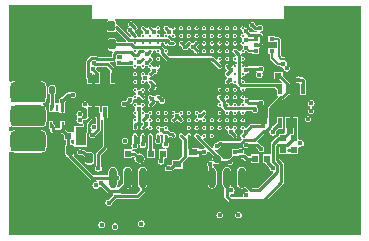
<source format=gtl>
G04*
G04 #@! TF.GenerationSoftware,Altium Limited,Altium Designer,18.0.9 (584)*
G04*
G04 Layer_Physical_Order=1*
G04 Layer_Color=255*
%FSLAX44Y44*%
%MOMM*%
G71*
G01*
G75*
%ADD15C,0.1500*%
G04:AMPARAMS|DCode=45|XSize=0.32mm|YSize=0.36mm|CornerRadius=0.08mm|HoleSize=0mm|Usage=FLASHONLY|Rotation=90.000|XOffset=0mm|YOffset=0mm|HoleType=Round|Shape=RoundedRectangle|*
%AMROUNDEDRECTD45*
21,1,0.3200,0.2000,0,0,90.0*
21,1,0.1600,0.3600,0,0,90.0*
1,1,0.1600,0.1000,0.0800*
1,1,0.1600,0.1000,-0.0800*
1,1,0.1600,-0.1000,-0.0800*
1,1,0.1600,-0.1000,0.0800*
%
%ADD45ROUNDEDRECTD45*%
G04:AMPARAMS|DCode=46|XSize=0.32mm|YSize=0.36mm|CornerRadius=0.08mm|HoleSize=0mm|Usage=FLASHONLY|Rotation=0.000|XOffset=0mm|YOffset=0mm|HoleType=Round|Shape=RoundedRectangle|*
%AMROUNDEDRECTD46*
21,1,0.3200,0.2000,0,0,0.0*
21,1,0.1600,0.3600,0,0,0.0*
1,1,0.1600,0.0800,-0.1000*
1,1,0.1600,-0.0800,-0.1000*
1,1,0.1600,-0.0800,0.1000*
1,1,0.1600,0.0800,0.1000*
%
%ADD46ROUNDEDRECTD46*%
G04:AMPARAMS|DCode=47|XSize=0.6096mm|YSize=0.9144mm|CornerRadius=0.1524mm|HoleSize=0mm|Usage=FLASHONLY|Rotation=0.000|XOffset=0mm|YOffset=0mm|HoleType=Round|Shape=RoundedRectangle|*
%AMROUNDEDRECTD47*
21,1,0.6096,0.6096,0,0,0.0*
21,1,0.3048,0.9144,0,0,0.0*
1,1,0.3048,0.1524,-0.3048*
1,1,0.3048,-0.1524,-0.3048*
1,1,0.3048,-0.1524,0.3048*
1,1,0.3048,0.1524,0.3048*
%
%ADD47ROUNDEDRECTD47*%
G04:AMPARAMS|DCode=48|XSize=0.508mm|YSize=0.6096mm|CornerRadius=0.127mm|HoleSize=0mm|Usage=FLASHONLY|Rotation=0.000|XOffset=0mm|YOffset=0mm|HoleType=Round|Shape=RoundedRectangle|*
%AMROUNDEDRECTD48*
21,1,0.5080,0.3556,0,0,0.0*
21,1,0.2540,0.6096,0,0,0.0*
1,1,0.2540,0.1270,-0.1778*
1,1,0.2540,-0.1270,-0.1778*
1,1,0.2540,-0.1270,0.1778*
1,1,0.2540,0.1270,0.1778*
%
%ADD48ROUNDEDRECTD48*%
G04:AMPARAMS|DCode=54|XSize=2mm|YSize=1.1mm|CornerRadius=0.275mm|HoleSize=0mm|Usage=FLASHONLY|Rotation=0.000|XOffset=0mm|YOffset=0mm|HoleType=Round|Shape=RoundedRectangle|*
%AMROUNDEDRECTD54*
21,1,2.0000,0.5500,0,0,0.0*
21,1,1.4500,1.1000,0,0,0.0*
1,1,0.5500,0.7250,-0.2750*
1,1,0.5500,-0.7250,-0.2750*
1,1,0.5500,-0.7250,0.2750*
1,1,0.5500,0.7250,0.2750*
%
%ADD54ROUNDEDRECTD54*%
%ADD55R,0.3000X0.8500*%
%ADD56R,0.6000X0.5000*%
%ADD57R,0.6096X0.5080*%
%ADD58R,0.5080X0.6096*%
%ADD59R,0.9144X1.6002*%
%ADD60C,0.2000*%
G04:AMPARAMS|DCode=61|XSize=0.6096mm|YSize=1.7018mm|CornerRadius=0.3048mm|HoleSize=0mm|Usage=FLASHONLY|Rotation=0.000|XOffset=0mm|YOffset=0mm|HoleType=Round|Shape=RoundedRectangle|*
%AMROUNDEDRECTD61*
21,1,0.6096,1.0922,0,0,0.0*
21,1,0.0000,1.7018,0,0,0.0*
1,1,0.6096,0.0000,-0.5461*
1,1,0.6096,0.0000,-0.5461*
1,1,0.6096,0.0000,0.5461*
1,1,0.6096,0.0000,0.5461*
%
%ADD61ROUNDEDRECTD61*%
G04:AMPARAMS|DCode=62|XSize=2.8194mm|YSize=1.016mm|CornerRadius=0.508mm|HoleSize=0mm|Usage=FLASHONLY|Rotation=90.000|XOffset=0mm|YOffset=0mm|HoleType=Round|Shape=RoundedRectangle|*
%AMROUNDEDRECTD62*
21,1,2.8194,0.0000,0,0,90.0*
21,1,1.8034,1.0160,0,0,90.0*
1,1,1.0160,0.0000,0.9017*
1,1,1.0160,0.0000,-0.9017*
1,1,1.0160,0.0000,-0.9017*
1,1,1.0160,0.0000,0.9017*
%
%ADD62ROUNDEDRECTD62*%
%ADD63R,0.7500X0.6000*%
%ADD64R,0.4572X0.3048*%
%ADD65R,0.2540X0.5588*%
%ADD66R,0.5080X0.5080*%
%ADD67C,0.2540*%
G04:AMPARAMS|DCode=68|XSize=0.7mm|YSize=0.7mm|CornerRadius=0.35mm|HoleSize=0mm|Usage=FLASHONLY|Rotation=90.000|XOffset=0mm|YOffset=0mm|HoleType=Round|Shape=RoundedRectangle|*
%AMROUNDEDRECTD68*
21,1,0.7000,0.0000,0,0,90.0*
21,1,0.0000,0.7000,0,0,90.0*
1,1,0.7000,0.0000,0.0000*
1,1,0.7000,0.0000,0.0000*
1,1,0.7000,0.0000,0.0000*
1,1,0.7000,0.0000,0.0000*
%
%ADD68ROUNDEDRECTD68*%
%ADD69C,0.4000*%
G04:AMPARAMS|DCode=70|XSize=3.048mm|YSize=1.778mm|CornerRadius=0.4445mm|HoleSize=0mm|Usage=FLASHONLY|Rotation=0.000|XOffset=0mm|YOffset=0mm|HoleType=Round|Shape=RoundedRectangle|*
%AMROUNDEDRECTD70*
21,1,3.0480,0.8890,0,0,0.0*
21,1,2.1590,1.7780,0,0,0.0*
1,1,0.8890,1.0795,-0.4445*
1,1,0.8890,-1.0795,-0.4445*
1,1,0.8890,-1.0795,0.4445*
1,1,0.8890,1.0795,0.4445*
%
%ADD70ROUNDEDRECTD70*%
%ADD71C,0.7600*%
%ADD72C,1.5240*%
%ADD73C,6.0000*%
G36*
X178134Y594500D02*
X178534Y593534D01*
X179500Y593134D01*
X191444D01*
X191829Y591864D01*
X191578Y591696D01*
X191073Y590940D01*
X190895Y590048D01*
Y583952D01*
X191073Y583060D01*
X191578Y582304D01*
X192334Y581799D01*
X193226Y581621D01*
X196274D01*
X197166Y581799D01*
X197922Y582304D01*
X197941Y582332D01*
X199522Y582548D01*
X207228Y574842D01*
X206702Y573572D01*
X199105D01*
Y574548D01*
X198927Y575440D01*
X198422Y576196D01*
X197666Y576702D01*
X196774Y576879D01*
X193726D01*
X192834Y576702D01*
X192078Y576196D01*
X191573Y575440D01*
X191395Y574548D01*
Y568452D01*
X191573Y567560D01*
X192078Y566804D01*
X192834Y566299D01*
X193726Y566121D01*
X195540D01*
X196066Y564851D01*
X195703Y564488D01*
X195254Y563816D01*
X195096Y563023D01*
X195096Y563023D01*
Y561072D01*
X183096D01*
X182864Y561304D01*
X182192Y561753D01*
X181399Y561911D01*
X181399Y561911D01*
X178059D01*
X178059Y561911D01*
X177266Y561753D01*
X176594Y561304D01*
X176594Y561304D01*
X173753Y558463D01*
X173304Y557791D01*
X173146Y556998D01*
X173146Y556998D01*
Y543982D01*
X173146Y543982D01*
X173304Y543189D01*
X173753Y542517D01*
X173988Y542282D01*
Y537938D01*
X178512D01*
Y545932D01*
X179701Y546456D01*
X180488Y545835D01*
Y537938D01*
X185012D01*
Y547962D01*
X184384D01*
X184215Y548215D01*
X182038Y550392D01*
X181852Y551328D01*
X181798Y551408D01*
X182477Y552678D01*
X190392D01*
X193678Y549392D01*
Y547962D01*
X193488D01*
Y537938D01*
X198012D01*
Y547962D01*
X197822D01*
Y550250D01*
X197822Y550250D01*
X197664Y551043D01*
X197215Y551715D01*
X197215Y551715D01*
X193272Y555658D01*
X193798Y556928D01*
X196250D01*
X196250Y556928D01*
X197043Y557086D01*
X197429Y557344D01*
X197520Y557303D01*
X198467Y556548D01*
X198407Y556250D01*
Y554650D01*
X198529Y554040D01*
X198874Y553524D01*
X199391Y553179D01*
X200000Y553057D01*
X202000D01*
X202610Y553179D01*
X202908Y553378D01*
X210273D01*
X211250Y553184D01*
X211765Y553286D01*
X212679Y552874D01*
X213034Y552343D01*
X213090Y552062D01*
X213480Y551480D01*
X214062Y551090D01*
X214750Y550953D01*
X215438Y551090D01*
X216020Y551480D01*
X216410Y552062D01*
X216513Y552583D01*
X216670Y552837D01*
X217683Y553547D01*
X218250Y553434D01*
X218297Y553443D01*
X219454Y552750D01*
X219590Y552062D01*
X219980Y551480D01*
X220562Y551090D01*
X221250Y550953D01*
X221938Y551090D01*
X222520Y551480D01*
X222910Y552062D01*
X222956Y552295D01*
X223169Y552800D01*
X224245Y553235D01*
X224500Y553184D01*
X224755Y553235D01*
X225831Y552800D01*
X226044Y552295D01*
X226090Y552062D01*
X226480Y551480D01*
X227062Y551090D01*
X227343Y551035D01*
X227754Y550759D01*
X228022Y549453D01*
X226285Y547715D01*
X225836Y547043D01*
X225709Y546407D01*
X224771Y545733D01*
X224589Y545628D01*
X224232Y545699D01*
X223046Y546250D01*
X222910Y546937D01*
X222520Y547520D01*
X221938Y547910D01*
X221250Y548046D01*
X220562Y547910D01*
X219980Y547520D01*
X219590Y546937D01*
X219454Y546250D01*
X219590Y545563D01*
X219980Y544980D01*
X220909Y544104D01*
X220695Y543027D01*
X220909Y541949D01*
X219995Y541031D01*
X219980Y541020D01*
X219590Y540438D01*
X219454Y539750D01*
X219590Y539062D01*
X219980Y538480D01*
X220562Y538090D01*
X221250Y537953D01*
X221938Y538090D01*
X222520Y538480D01*
X222910Y539062D01*
X223046Y539750D01*
X224222Y540352D01*
X224589Y540425D01*
X224941Y540206D01*
X225700Y539640D01*
X225836Y538957D01*
X226285Y538285D01*
X227369Y537201D01*
X227250Y535680D01*
X226285Y534715D01*
X226285Y534715D01*
X225836Y534043D01*
X225678Y533250D01*
X225836Y532457D01*
X226285Y531785D01*
X226957Y531336D01*
X227750Y531178D01*
X228543Y531336D01*
X229215Y531785D01*
X229952Y532522D01*
X230261Y532460D01*
X231339Y532674D01*
X232253Y533285D01*
X232863Y534198D01*
X233077Y535276D01*
X232863Y536354D01*
X232688Y536616D01*
Y536884D01*
X232688Y536884D01*
X232530Y537677D01*
X232081Y538349D01*
X232081Y538349D01*
X229215Y541215D01*
X228543Y541664D01*
X227750Y541822D01*
X227591Y541790D01*
X226556Y542615D01*
X226554Y543391D01*
X227580Y544212D01*
X227750Y544178D01*
X228543Y544336D01*
X229215Y544785D01*
X230886Y546456D01*
X231000Y546434D01*
X232078Y546648D01*
X232991Y547259D01*
X233602Y548172D01*
X233816Y549250D01*
X233714Y549765D01*
X234126Y550679D01*
X234657Y551035D01*
X234937Y551090D01*
X235520Y551480D01*
X235910Y552062D01*
X236047Y552750D01*
X235910Y553438D01*
X235520Y554020D01*
X234937Y554410D01*
X234250Y554547D01*
X233563Y554410D01*
X232980Y554020D01*
X232590Y553438D01*
X232499Y552981D01*
X232400Y552715D01*
X231307Y552005D01*
X231000Y552066D01*
X230693Y552005D01*
X229600Y552715D01*
X229501Y552981D01*
X229410Y553438D01*
X229020Y554020D01*
X228438Y554410D01*
X228205Y554456D01*
X227700Y554669D01*
X227265Y555745D01*
X227288Y555858D01*
X229215Y557785D01*
X229664Y558457D01*
X229822Y559250D01*
X229664Y560043D01*
X229215Y560715D01*
X228543Y561164D01*
X228393Y561194D01*
X227978Y561484D01*
X227804Y562874D01*
X229215Y564285D01*
X229664Y564957D01*
X229822Y565750D01*
X229797Y565876D01*
X230555Y566977D01*
X231818Y566892D01*
X232479Y565876D01*
X232453Y565750D01*
X232590Y565062D01*
X232980Y564480D01*
X233563Y564090D01*
X234250Y563954D01*
X234937Y564090D01*
X236062Y563314D01*
X236253Y563029D01*
X241497Y557785D01*
X241497Y557785D01*
X242169Y557336D01*
X242962Y557178D01*
X278892D01*
X284785Y551285D01*
X285457Y550836D01*
X286250Y550678D01*
X287043Y550836D01*
X287715Y551285D01*
X288164Y551957D01*
X288322Y552750D01*
X288164Y553543D01*
X287715Y554215D01*
X285653Y556277D01*
X286250Y557453D01*
X286938Y557590D01*
X287520Y557980D01*
X287910Y558563D01*
X288046Y559250D01*
X287910Y559938D01*
X287520Y560520D01*
X286938Y560910D01*
X286250Y561046D01*
X285562Y560910D01*
X284980Y560520D01*
X284590Y559938D01*
X284454Y559250D01*
X283277Y558653D01*
X281215Y560715D01*
X280543Y561164D01*
X279750Y561322D01*
X279750Y561322D01*
X243820D01*
X242114Y563028D01*
X242020Y564480D01*
X242410Y565062D01*
X242547Y565750D01*
X242410Y566437D01*
X242020Y567020D01*
X241437Y567410D01*
X240750Y567547D01*
X240063Y567410D01*
X239251Y568395D01*
X239183Y568497D01*
X239183Y568497D01*
X236997Y570683D01*
X236895Y570751D01*
X236424Y571139D01*
X236467Y572619D01*
X237139Y573210D01*
X237861D01*
X238953Y572250D01*
X239090Y571562D01*
X239480Y570980D01*
X240063Y570590D01*
X240750Y570453D01*
X241437Y570590D01*
X242443Y570762D01*
X243158Y570396D01*
X243247Y570336D01*
X244040Y570178D01*
X247250D01*
X248043Y570336D01*
X248715Y570785D01*
X249164Y571457D01*
X249322Y572250D01*
X249164Y573043D01*
X248715Y573715D01*
X248043Y574164D01*
X247250Y574322D01*
X245681D01*
X245247Y574971D01*
X245247Y574971D01*
X243471Y576747D01*
X243186Y576938D01*
X242735Y577592D01*
X243045Y579049D01*
X243703Y579443D01*
X243750Y579434D01*
X244317Y579547D01*
X245330Y578837D01*
X245487Y578583D01*
X245590Y578063D01*
X245980Y577480D01*
X246562Y577090D01*
X247250Y576954D01*
X247938Y577090D01*
X248520Y577480D01*
X248910Y578063D01*
X249046Y578750D01*
X248910Y579437D01*
X248520Y580020D01*
X247938Y580410D01*
X247417Y580513D01*
X247163Y580670D01*
X246453Y581683D01*
X246566Y582250D01*
X246557Y582296D01*
X247250Y583453D01*
X247938Y583590D01*
X248520Y583980D01*
X248910Y584562D01*
X249046Y585250D01*
X248910Y585938D01*
X248520Y586520D01*
X247938Y586910D01*
X247250Y587047D01*
X246562Y586910D01*
X245980Y586520D01*
X245590Y585938D01*
X245578Y585878D01*
X245091Y585211D01*
X243831Y585099D01*
X242215Y586715D01*
X241543Y587164D01*
X240750Y587322D01*
X239957Y587164D01*
X239285Y586715D01*
X238836Y586043D01*
X238678Y585250D01*
X238836Y584457D01*
X239285Y583785D01*
X240901Y582169D01*
X240789Y580910D01*
X240122Y580422D01*
X240063Y580410D01*
X239480Y580020D01*
X239090Y579437D01*
X238953Y578750D01*
X238979Y578624D01*
X238243Y577493D01*
X238036Y577354D01*
X236964D01*
X236757Y577493D01*
X236021Y578624D01*
X236047Y578750D01*
X235910Y579437D01*
X235520Y580020D01*
X234937Y580410D01*
X234417Y580513D01*
X234163Y580670D01*
X233453Y581683D01*
X233566Y582250D01*
X233557Y582296D01*
X234250Y583453D01*
X234937Y583590D01*
X235520Y583980D01*
X235910Y584562D01*
X236047Y585250D01*
X235910Y585938D01*
X235520Y586520D01*
X234937Y586910D01*
X234250Y587047D01*
X233563Y586910D01*
X232980Y586520D01*
X232590Y585938D01*
X232578Y585878D01*
X232054Y585161D01*
X231213Y584974D01*
X230750Y585066D01*
X230332Y584983D01*
X229418Y585896D01*
X229410Y585938D01*
X229020Y586520D01*
X228438Y586910D01*
X227750Y587047D01*
X227062Y586910D01*
X226480Y586520D01*
X226090Y585938D01*
X226086Y585918D01*
X225786Y585216D01*
X224709Y584995D01*
X224537Y585029D01*
X224118Y584946D01*
X222657Y586407D01*
X222572Y586442D01*
X222520Y586520D01*
X221938Y586910D01*
X221250Y587047D01*
X220562Y586910D01*
X219980Y586520D01*
X219590Y585938D01*
X219454Y585250D01*
X219590Y584562D01*
X219980Y583980D01*
X220562Y583590D01*
X220916Y583520D01*
X221804Y582632D01*
X221721Y582213D01*
X221817Y581729D01*
X221360Y580777D01*
X220871Y580471D01*
X220562Y580410D01*
X219980Y580020D01*
X219590Y579437D01*
X219454Y578750D01*
X219479Y578624D01*
X218818Y577608D01*
X217555Y577523D01*
X216797Y578624D01*
X216822Y578750D01*
X216664Y579543D01*
X216215Y580215D01*
X214496Y581934D01*
X214613Y582505D01*
X214998Y583228D01*
X215543Y583336D01*
X216215Y583785D01*
X216664Y584457D01*
X216822Y585250D01*
X216664Y586043D01*
X216215Y586715D01*
X214038Y588892D01*
X213852Y589828D01*
X213241Y590741D01*
X212328Y591352D01*
X211250Y591566D01*
X210172Y591352D01*
X209259Y590741D01*
X208648Y589828D01*
X208434Y588750D01*
X208648Y587672D01*
X208961Y587205D01*
X209198Y586637D01*
X208689Y585612D01*
X208509Y585491D01*
X207898Y584578D01*
X207684Y583500D01*
X207898Y582422D01*
X208509Y581509D01*
X209422Y580898D01*
X209734Y580836D01*
X211627Y578943D01*
X211138Y577636D01*
X210383Y577546D01*
X199965Y587965D01*
X199293Y588414D01*
X198605Y588551D01*
Y590048D01*
X198427Y590940D01*
X197922Y591696D01*
X197671Y591864D01*
X198056Y593134D01*
X339750D01*
X340716Y593534D01*
X341116Y594500D01*
Y603821D01*
X405634D01*
Y409866D01*
X108366D01*
Y480244D01*
X108444Y480315D01*
X109636Y480807D01*
X110172Y480448D01*
X110678Y480348D01*
X111123Y480050D01*
X113155Y479646D01*
X134745D01*
X136777Y480050D01*
X137222Y480348D01*
X137728Y480448D01*
X138641Y481059D01*
X139252Y481972D01*
X139352Y482478D01*
X139650Y482923D01*
X140054Y484955D01*
Y493845D01*
X139650Y495877D01*
X139352Y496322D01*
X139252Y496828D01*
X138641Y497741D01*
X137728Y498352D01*
X137222Y498452D01*
X136777Y498750D01*
X134745Y499154D01*
X113155D01*
X111123Y498750D01*
X110678Y498452D01*
X110172Y498352D01*
X109636Y497993D01*
X108444Y498485D01*
X108366Y498556D01*
Y501744D01*
X108444Y501815D01*
X109636Y502307D01*
X110172Y501948D01*
X110678Y501848D01*
X111123Y501550D01*
X113155Y501146D01*
X134745D01*
X136777Y501550D01*
X137222Y501848D01*
X137728Y501948D01*
X138641Y502559D01*
X139252Y503472D01*
X139352Y503978D01*
X139650Y504423D01*
X140054Y506455D01*
Y515345D01*
X139650Y517377D01*
X139352Y517822D01*
X139252Y518328D01*
X138641Y519241D01*
X137728Y519852D01*
X137222Y519952D01*
X136777Y520250D01*
X136638Y520277D01*
X136544Y521356D01*
X136578Y521584D01*
X136972Y521848D01*
X137478Y521948D01*
X138391Y522559D01*
X139002Y523472D01*
X139102Y523978D01*
X139400Y524423D01*
X139804Y526455D01*
Y535345D01*
X139400Y537377D01*
X139102Y537822D01*
X139002Y538328D01*
X138391Y539241D01*
X137478Y539852D01*
X136972Y539953D01*
X136527Y540250D01*
X134495Y540654D01*
X112905D01*
X110873Y540250D01*
X110428Y539952D01*
X109922Y539852D01*
X109636Y539660D01*
X108366Y540339D01*
Y604446D01*
X178134D01*
Y594500D01*
D02*
G37*
%LPC*%
G36*
X299250Y587047D02*
X298563Y586910D01*
X297980Y586520D01*
X297590Y585938D01*
X297453Y585250D01*
X297590Y584562D01*
X297980Y583980D01*
X298563Y583590D01*
X299250Y583453D01*
X299937Y583590D01*
X300520Y583980D01*
X300910Y584562D01*
X301047Y585250D01*
X300910Y585938D01*
X300520Y586520D01*
X299937Y586910D01*
X299250Y587047D01*
D02*
G37*
G36*
X292750D02*
X292062Y586910D01*
X291480Y586520D01*
X291090Y585938D01*
X290954Y585250D01*
X291090Y584562D01*
X291480Y583980D01*
X292062Y583590D01*
X292750Y583453D01*
X293438Y583590D01*
X294020Y583980D01*
X294410Y584562D01*
X294547Y585250D01*
X294410Y585938D01*
X294020Y586520D01*
X293438Y586910D01*
X292750Y587047D01*
D02*
G37*
G36*
X286250D02*
X285562Y586910D01*
X284980Y586520D01*
X284590Y585938D01*
X284454Y585250D01*
X284590Y584562D01*
X284980Y583980D01*
X285562Y583590D01*
X286250Y583453D01*
X286938Y583590D01*
X287520Y583980D01*
X287910Y584562D01*
X288046Y585250D01*
X287910Y585938D01*
X287520Y586520D01*
X286938Y586910D01*
X286250Y587047D01*
D02*
G37*
G36*
X279750D02*
X279062Y586910D01*
X278480Y586520D01*
X278090Y585938D01*
X277953Y585250D01*
X278090Y584562D01*
X278480Y583980D01*
X279062Y583590D01*
X279750Y583453D01*
X280438Y583590D01*
X281020Y583980D01*
X281410Y584562D01*
X281546Y585250D01*
X281410Y585938D01*
X281020Y586520D01*
X280438Y586910D01*
X279750Y587047D01*
D02*
G37*
G36*
X273250D02*
X272563Y586910D01*
X271980Y586520D01*
X271590Y585938D01*
X271453Y585250D01*
X271590Y584562D01*
X271980Y583980D01*
X272563Y583590D01*
X273250Y583453D01*
X273937Y583590D01*
X274520Y583980D01*
X274910Y584562D01*
X275047Y585250D01*
X274910Y585938D01*
X274520Y586520D01*
X273937Y586910D01*
X273250Y587047D01*
D02*
G37*
G36*
X266750D02*
X266063Y586910D01*
X265480Y586520D01*
X265090Y585938D01*
X264953Y585250D01*
X265090Y584562D01*
X265480Y583980D01*
X266063Y583590D01*
X266750Y583453D01*
X267437Y583590D01*
X268020Y583980D01*
X268410Y584562D01*
X268547Y585250D01*
X268410Y585938D01*
X268020Y586520D01*
X267437Y586910D01*
X266750Y587047D01*
D02*
G37*
G36*
X260250D02*
X259562Y586910D01*
X258980Y586520D01*
X258590Y585938D01*
X258454Y585250D01*
X258590Y584562D01*
X258980Y583980D01*
X259562Y583590D01*
X260250Y583453D01*
X260938Y583590D01*
X261520Y583980D01*
X261910Y584562D01*
X262047Y585250D01*
X261910Y585938D01*
X261520Y586520D01*
X260938Y586910D01*
X260250Y587047D01*
D02*
G37*
G36*
X253750D02*
X253062Y586910D01*
X252480Y586520D01*
X252090Y585938D01*
X251954Y585250D01*
X252090Y584562D01*
X252480Y583980D01*
X253062Y583590D01*
X253750Y583453D01*
X254438Y583590D01*
X255020Y583980D01*
X255410Y584562D01*
X255546Y585250D01*
X255410Y585938D01*
X255020Y586520D01*
X254438Y586910D01*
X253750Y587047D01*
D02*
G37*
G36*
X314000Y590566D02*
X312922Y590352D01*
X312009Y589741D01*
X311398Y588828D01*
X311184Y587750D01*
X311398Y586672D01*
X312009Y585759D01*
X312922Y585148D01*
X313858Y584962D01*
X315085Y583735D01*
X315757Y583286D01*
X316550Y583128D01*
X316550Y583128D01*
X317672D01*
X317789Y582978D01*
X317170Y581708D01*
X312222D01*
X311216Y582714D01*
X311030Y583650D01*
X310419Y584563D01*
X309506Y585174D01*
X309064Y585262D01*
X308727Y585329D01*
X308727D01*
X308428Y585388D01*
X307410Y585938D01*
X307020Y586520D01*
X306437Y586910D01*
X305750Y587047D01*
X305063Y586910D01*
X304480Y586520D01*
X304090Y585938D01*
X303953Y585250D01*
X304090Y584562D01*
X304480Y583980D01*
X305063Y583590D01*
X305612Y582572D01*
X305776Y581748D01*
X305769Y581413D01*
X305066Y580415D01*
X305035Y580392D01*
X304480Y580020D01*
X304090Y579437D01*
X303953Y578750D01*
X304090Y578063D01*
X304480Y577480D01*
X304646Y577369D01*
X305663Y576606D01*
X305449Y575528D01*
X305663Y574450D01*
X304672Y573649D01*
X304480Y573520D01*
X304090Y572938D01*
X303953Y572250D01*
X304090Y571562D01*
X304480Y570980D01*
X305063Y570590D01*
X305270Y570549D01*
X305915Y569836D01*
X306078Y569224D01*
X305934Y568500D01*
X305935Y568497D01*
X305750Y567547D01*
X305063Y567410D01*
X304480Y567020D01*
X304090Y566437D01*
X303953Y565750D01*
X302777Y565153D01*
X300715Y567215D01*
X300043Y567664D01*
X299250Y567822D01*
X298457Y567664D01*
X297785Y567215D01*
X297336Y566543D01*
X297178Y565750D01*
X297336Y564957D01*
X297785Y564285D01*
X299848Y562223D01*
X299250Y561046D01*
X298563Y560910D01*
X297980Y560520D01*
X297590Y559938D01*
X297453Y559250D01*
X297590Y558563D01*
X297980Y557980D01*
X298563Y557590D01*
X299250Y557453D01*
X299376Y557479D01*
X300507Y556743D01*
X300646Y556536D01*
Y555464D01*
X300507Y555257D01*
X299376Y554521D01*
X299250Y554547D01*
X298563Y554410D01*
X297980Y554020D01*
X297590Y553438D01*
X297453Y552750D01*
X296250Y552316D01*
X296245Y552315D01*
X296136Y552294D01*
X294215Y554215D01*
X293543Y554664D01*
X292750Y554822D01*
X291957Y554664D01*
X291285Y554215D01*
X290836Y553543D01*
X290678Y552750D01*
X290836Y551957D01*
X291285Y551285D01*
X292435Y550135D01*
Y548865D01*
X291285Y547715D01*
X291285Y547715D01*
X290836Y547043D01*
X290678Y546250D01*
X290836Y545457D01*
X291285Y544785D01*
X291957Y544336D01*
X292573Y544213D01*
X292674Y544064D01*
X292971Y542901D01*
X291285Y541215D01*
X290836Y540543D01*
X290678Y539750D01*
X290836Y538957D01*
X291285Y538285D01*
X291957Y537836D01*
X292750Y537678D01*
X293543Y537836D01*
X294215Y538285D01*
X294708Y538778D01*
X295500Y538620D01*
X296578Y538834D01*
X297980Y538480D01*
X298563Y538090D01*
X299250Y537953D01*
X299937Y538090D01*
X301062Y537314D01*
X301253Y537029D01*
X303029Y535253D01*
X303029Y535253D01*
X303314Y535062D01*
X303754Y534560D01*
X303993Y533451D01*
X303953Y533250D01*
X304090Y532562D01*
X304480Y531980D01*
X305063Y531590D01*
X305750Y531454D01*
X306437Y531590D01*
X307020Y531980D01*
X307410Y532562D01*
X307547Y533250D01*
X307521Y533376D01*
X308257Y534507D01*
X308464Y534646D01*
X333374D01*
X335238Y532782D01*
Y528438D01*
X335238Y528438D01*
X335238D01*
X335475Y527168D01*
X327087Y518780D01*
X326638Y518108D01*
X326480Y517315D01*
X326480Y517315D01*
Y504186D01*
X325210Y503800D01*
X325126Y503926D01*
X324609Y504271D01*
X324000Y504393D01*
X322000D01*
X321390Y504271D01*
X321092Y504072D01*
X313250D01*
X313250Y504072D01*
X312457Y503914D01*
X311785Y503465D01*
X311785Y503465D01*
X308785Y500465D01*
X307709Y500713D01*
X307541Y500778D01*
X307410Y501438D01*
X307020Y502020D01*
X306437Y502410D01*
X305750Y502547D01*
X305063Y502410D01*
X304480Y502020D01*
X304090Y501438D01*
X303953Y500750D01*
X304090Y500063D01*
X304480Y499480D01*
X305063Y499090D01*
X305787Y498748D01*
X305976Y497712D01*
X305934Y497500D01*
X305956Y497387D01*
X304285Y495715D01*
X303836Y495043D01*
X303678Y494250D01*
X303836Y493457D01*
X304285Y492785D01*
X304628Y492556D01*
X304928Y491404D01*
X304917Y491049D01*
X303158Y489290D01*
X288401D01*
X287841Y489664D01*
X287048Y489822D01*
X287048Y489822D01*
X286250D01*
X286250Y489822D01*
X285457Y489664D01*
X284785Y489215D01*
X283608Y488038D01*
X282672Y487852D01*
X281759Y487241D01*
X281148Y486328D01*
X280934Y485250D01*
X281048Y484678D01*
X279877Y484053D01*
X272652Y491278D01*
X273250Y492453D01*
X273937Y492590D01*
X274520Y492980D01*
X274910Y493563D01*
X275047Y494250D01*
X274910Y494938D01*
X274520Y495520D01*
X273937Y495910D01*
X273250Y496046D01*
X272563Y495910D01*
X271980Y495520D01*
X271590Y494938D01*
X271453Y494250D01*
X270277Y493653D01*
X268215Y495715D01*
X267543Y496164D01*
X266750Y496322D01*
X265957Y496164D01*
X265285Y495715D01*
X264836Y495043D01*
X264678Y494250D01*
X264836Y493457D01*
X265285Y492785D01*
X273857Y484213D01*
X273331Y482943D01*
X272000D01*
X271390Y482821D01*
X271092Y482622D01*
X268512D01*
Y483762D01*
X263168D01*
X262322Y484608D01*
Y494250D01*
X262164Y495043D01*
X261715Y495715D01*
X261043Y496164D01*
X260250Y496322D01*
X259457Y496164D01*
X258785Y495715D01*
X258336Y495043D01*
X258228Y494498D01*
X257057Y493873D01*
X255215Y495715D01*
X254543Y496164D01*
X253750Y496322D01*
X252957Y496164D01*
X252285Y495715D01*
X251836Y495043D01*
X251678Y494250D01*
X251836Y493457D01*
X252285Y492785D01*
X254678Y490392D01*
Y477108D01*
X251332Y473762D01*
X245988D01*
Y470418D01*
X244392Y468822D01*
X244258D01*
X244109Y468921D01*
X243500Y469043D01*
X241500D01*
X240891Y468921D01*
X240374Y468576D01*
X240029Y468059D01*
X239907Y467450D01*
Y465850D01*
X240029Y465241D01*
X240374Y464724D01*
X240891Y464379D01*
X241500Y464257D01*
X243500D01*
X244109Y464379D01*
X244558Y464678D01*
X245250D01*
X245250Y464678D01*
X246043Y464836D01*
X246715Y465285D01*
X247668Y466238D01*
X255012D01*
Y471582D01*
X258215Y474785D01*
X258215Y474785D01*
X258588Y475344D01*
X259488Y476238D01*
X268512D01*
Y478478D01*
X271092D01*
X271390Y478279D01*
X272000Y478157D01*
X274000D01*
X274610Y478279D01*
X275126Y478624D01*
X275471Y479141D01*
X275593Y479750D01*
Y480681D01*
X276863Y481207D01*
X281155Y476915D01*
X280485Y475913D01*
X280154Y474250D01*
X280309Y473474D01*
X279760Y472986D01*
X279182Y472631D01*
X278250Y472816D01*
X277172Y472602D01*
X276259Y471991D01*
X275648Y471078D01*
X275434Y470000D01*
X275648Y468922D01*
X276178Y468129D01*
Y464508D01*
X276069Y463961D01*
Y453039D01*
X276365Y451552D01*
X277207Y450292D01*
X278467Y449450D01*
X279954Y449154D01*
X281441Y449450D01*
X282701Y450292D01*
X283543Y451552D01*
X283839Y453039D01*
Y463961D01*
X283543Y465448D01*
X282701Y466708D01*
X281455Y467540D01*
X281440Y467551D01*
X280852Y468922D01*
X281066Y470000D01*
X282234Y470638D01*
X282837Y470235D01*
X284500Y469905D01*
X286163Y470235D01*
X286174Y470243D01*
X286500Y470178D01*
X293237D01*
X293274Y470124D01*
X293790Y469779D01*
X294400Y469657D01*
X296000D01*
X296609Y469779D01*
X297126Y470124D01*
X297471Y470640D01*
X297593Y471250D01*
Y471918D01*
X299685Y474010D01*
X302880D01*
X302880Y474010D01*
X303673Y474168D01*
X304345Y474617D01*
X304438Y474710D01*
X306062D01*
X307737Y473035D01*
X307737Y473035D01*
X308409Y472586D01*
X309202Y472428D01*
X312698D01*
Y470690D01*
X319302D01*
Y478310D01*
X312698D01*
Y476572D01*
X310060D01*
X308385Y478247D01*
X307713Y478696D01*
X307356Y478767D01*
X306726Y479771D01*
X306652Y480124D01*
X306831Y481023D01*
X306617Y482101D01*
X306006Y483015D01*
X305093Y483625D01*
X304015Y483840D01*
X302937Y483625D01*
X302144Y483095D01*
X299574D01*
X299573Y483095D01*
X299560Y483093D01*
X298250D01*
X297641Y482971D01*
X297124Y482626D01*
X296779Y482109D01*
X296657Y481500D01*
Y479500D01*
X296779Y478890D01*
X296874Y478748D01*
X297091Y478214D01*
X296847Y477032D01*
X294658Y474843D01*
X294400D01*
X293790Y474721D01*
X293274Y474376D01*
X293237Y474322D01*
X288831D01*
X288515Y475913D01*
X287573Y477323D01*
X286163Y478265D01*
X285541Y478388D01*
X282553Y481377D01*
X283179Y482548D01*
X283750Y482434D01*
X284828Y482648D01*
X285741Y483259D01*
X286352Y484172D01*
X286354Y484182D01*
X287580Y485146D01*
X304016D01*
X304016Y485146D01*
X304809Y485304D01*
X304825Y485315D01*
X306037Y485184D01*
X306364Y484849D01*
X306759Y484259D01*
X307672Y483648D01*
X308750Y483434D01*
X309828Y483648D01*
X310621Y484178D01*
X317137D01*
X318907Y482408D01*
Y482150D01*
X319029Y481540D01*
X319374Y481024D01*
X319890Y480679D01*
X320500Y480557D01*
X322500D01*
X323110Y480679D01*
X323626Y481024D01*
X323971Y481540D01*
X324093Y482150D01*
Y483750D01*
X323971Y484360D01*
X323626Y484876D01*
X323110Y485221D01*
X322500Y485343D01*
X321832D01*
X319460Y487715D01*
X318788Y488164D01*
X318456Y488230D01*
X318010Y489326D01*
X318014Y489584D01*
X324726Y496296D01*
X325173D01*
X325173Y496296D01*
X325966Y496454D01*
X326638Y496903D01*
X327239Y497504D01*
X328126Y497130D01*
X328450Y496919D01*
X328648Y495922D01*
X329259Y495009D01*
X330172Y494398D01*
X331250Y494184D01*
X332328Y494398D01*
X333241Y495009D01*
X333852Y495922D01*
X334066Y497000D01*
X333852Y498078D01*
X333694Y498314D01*
X335418Y500038D01*
X339762D01*
Y510062D01*
X335238D01*
Y505718D01*
X331894Y502374D01*
X330624Y502900D01*
Y516457D01*
X338877Y524710D01*
X339456D01*
X339456Y524710D01*
X340248Y524868D01*
X340921Y525317D01*
X344042Y528438D01*
X346262D01*
Y538462D01*
X345801D01*
X345465Y538965D01*
X345465Y538965D01*
X339762Y544668D01*
Y548262D01*
X332238D01*
Y541738D01*
X336832D01*
X338838Y539732D01*
X338312Y538462D01*
X335279D01*
X335025Y538632D01*
X334232Y538790D01*
X334232Y538790D01*
X308639D01*
X307547Y539750D01*
X307410Y540438D01*
X307020Y541020D01*
X306437Y541410D01*
X305750Y541547D01*
X304790Y542639D01*
Y543361D01*
X305750Y544454D01*
X306437Y544590D01*
X307020Y544980D01*
X307410Y545563D01*
X307547Y546250D01*
X308750Y546684D01*
X308755Y546685D01*
X309828Y546898D01*
X310741Y547509D01*
X311352Y548422D01*
X311393Y548628D01*
X317190D01*
X317252Y548561D01*
X317753Y547358D01*
X317398Y546828D01*
X317184Y545750D01*
X317398Y544672D01*
X318009Y543759D01*
X318922Y543148D01*
X320000Y542934D01*
X321078Y543148D01*
X321991Y543759D01*
X322602Y544672D01*
X322816Y545750D01*
X322602Y546828D01*
X322437Y547074D01*
X322857Y548420D01*
X322917Y548467D01*
X323376Y548774D01*
X323721Y549291D01*
X323843Y549900D01*
Y551500D01*
X323721Y552109D01*
X323376Y552626D01*
X322859Y552971D01*
X322250Y553093D01*
X320250D01*
X319641Y552971D01*
X319342Y552772D01*
X309950D01*
X309950Y552772D01*
X309157Y552614D01*
X308762Y552350D01*
X308179Y552505D01*
X307547Y552750D01*
X307410Y553438D01*
X307020Y554020D01*
X306437Y554410D01*
X305750Y554547D01*
X304790Y555639D01*
Y556361D01*
X305750Y557453D01*
X306437Y557590D01*
X307020Y557980D01*
X307410Y558563D01*
X307547Y559250D01*
X307410Y559938D01*
X307020Y560520D01*
X306437Y560910D01*
X305750Y561046D01*
X304790Y562139D01*
Y562282D01*
X304790Y562282D01*
X304657Y562950D01*
X305019Y563465D01*
X305545Y563994D01*
X305750Y563954D01*
X306437Y564090D01*
X307020Y564480D01*
X307410Y565062D01*
X307624Y565746D01*
X308730Y565688D01*
X308750Y565684D01*
X309168Y565767D01*
X310093Y564843D01*
X311250Y564363D01*
X313844D01*
Y563714D01*
X319940D01*
X319940Y567869D01*
X319983Y568378D01*
X320438Y569350D01*
X320715Y569535D01*
X322675Y571495D01*
X322675Y571495D01*
X323124Y572167D01*
X323282Y572960D01*
Y578446D01*
X323124Y579239D01*
X322675Y579911D01*
X322675Y579911D01*
X321485Y581101D01*
X320813Y581550D01*
X321002Y582807D01*
X321500D01*
X322109Y582929D01*
X322626Y583274D01*
X322971Y583791D01*
X323093Y584400D01*
Y586000D01*
X322971Y586609D01*
X322626Y587126D01*
X322109Y587471D01*
X321500Y587593D01*
X319500D01*
X318890Y587471D01*
X318592Y587272D01*
X317408D01*
X316788Y587892D01*
X316602Y588828D01*
X315991Y589741D01*
X315078Y590352D01*
X314000Y590566D01*
D02*
G37*
G36*
X299250Y580546D02*
X298563Y580410D01*
X297980Y580020D01*
X297590Y579437D01*
X297453Y578750D01*
X297590Y578063D01*
X297980Y577480D01*
X298563Y577090D01*
X299250Y576954D01*
X299937Y577090D01*
X300520Y577480D01*
X300910Y578063D01*
X301047Y578750D01*
X300910Y579437D01*
X300520Y580020D01*
X299937Y580410D01*
X299250Y580546D01*
D02*
G37*
G36*
X292750D02*
X292062Y580410D01*
X291480Y580020D01*
X291090Y579437D01*
X290954Y578750D01*
X291090Y578063D01*
X291480Y577480D01*
X292062Y577090D01*
X292750Y576954D01*
X293438Y577090D01*
X294020Y577480D01*
X294410Y578063D01*
X294547Y578750D01*
X294410Y579437D01*
X294020Y580020D01*
X293438Y580410D01*
X292750Y580546D01*
D02*
G37*
G36*
X286250D02*
X285562Y580410D01*
X284980Y580020D01*
X284590Y579437D01*
X284454Y578750D01*
X284590Y578063D01*
X284980Y577480D01*
X285562Y577090D01*
X286250Y576954D01*
X286938Y577090D01*
X287520Y577480D01*
X287910Y578063D01*
X288046Y578750D01*
X287910Y579437D01*
X287520Y580020D01*
X286938Y580410D01*
X286250Y580546D01*
D02*
G37*
G36*
X279750D02*
X279062Y580410D01*
X278480Y580020D01*
X278090Y579437D01*
X277953Y578750D01*
X278090Y578063D01*
X278480Y577480D01*
X279062Y577090D01*
X279750Y576954D01*
X280438Y577090D01*
X281020Y577480D01*
X281410Y578063D01*
X281546Y578750D01*
X281410Y579437D01*
X281020Y580020D01*
X280438Y580410D01*
X279750Y580546D01*
D02*
G37*
G36*
X273250D02*
X272563Y580410D01*
X271980Y580020D01*
X271590Y579437D01*
X271453Y578750D01*
X271590Y578063D01*
X271980Y577480D01*
X272563Y577090D01*
X273250Y576954D01*
X273937Y577090D01*
X274520Y577480D01*
X274910Y578063D01*
X275047Y578750D01*
X274910Y579437D01*
X274520Y580020D01*
X273937Y580410D01*
X273250Y580546D01*
D02*
G37*
G36*
X266750D02*
X266063Y580410D01*
X265480Y580020D01*
X265090Y579437D01*
X264953Y578750D01*
X265090Y578063D01*
X265480Y577480D01*
X266063Y577090D01*
X266750Y576954D01*
X267437Y577090D01*
X268020Y577480D01*
X268410Y578063D01*
X268547Y578750D01*
X268410Y579437D01*
X268020Y580020D01*
X267437Y580410D01*
X266750Y580546D01*
D02*
G37*
G36*
X260250D02*
X259562Y580410D01*
X258980Y580020D01*
X258590Y579437D01*
X258454Y578750D01*
X258590Y578063D01*
X258980Y577480D01*
X259562Y577090D01*
X260250Y576954D01*
X260938Y577090D01*
X261520Y577480D01*
X261910Y578063D01*
X262047Y578750D01*
X261910Y579437D01*
X261520Y580020D01*
X260938Y580410D01*
X260250Y580546D01*
D02*
G37*
G36*
X253750D02*
X253062Y580410D01*
X252480Y580020D01*
X252090Y579437D01*
X251954Y578750D01*
X252090Y578063D01*
X252480Y577480D01*
X253062Y577090D01*
X253750Y576954D01*
X254438Y577090D01*
X255020Y577480D01*
X255410Y578063D01*
X255546Y578750D01*
X255410Y579437D01*
X255020Y580020D01*
X254438Y580410D01*
X253750Y580546D01*
D02*
G37*
G36*
X266500Y574322D02*
X265707Y574164D01*
X265035Y573715D01*
X263751Y572431D01*
X262439Y572533D01*
X262164Y573043D01*
X261715Y573715D01*
X261043Y574164D01*
X260250Y574322D01*
X259457Y574164D01*
X258785Y573715D01*
X257250Y572180D01*
X255715Y573715D01*
X255043Y574164D01*
X254250Y574322D01*
X254250Y574322D01*
X253750D01*
X252957Y574164D01*
X252285Y573715D01*
X251836Y573043D01*
X251678Y572250D01*
X251836Y571457D01*
X252285Y570785D01*
X252957Y570336D01*
X253303Y570267D01*
X254462Y569108D01*
X254648Y568172D01*
X255259Y567259D01*
X256172Y566648D01*
X257250Y566434D01*
X258328Y566648D01*
X259241Y567259D01*
X259852Y568172D01*
X259877Y568301D01*
X260940Y568402D01*
X261185Y568367D01*
X261759Y567509D01*
X262672Y566898D01*
X263608Y566712D01*
X264705Y565615D01*
X264836Y564957D01*
X265285Y564285D01*
X265957Y563836D01*
X266750Y563678D01*
X267543Y563836D01*
X268215Y564285D01*
X268664Y564957D01*
X268822Y565750D01*
Y566500D01*
X268822Y566500D01*
X268664Y567293D01*
X268215Y567965D01*
X268215Y567965D01*
X266932Y569248D01*
X267543Y570336D01*
X268215Y570785D01*
X268664Y571457D01*
X268822Y572250D01*
X268664Y573043D01*
X268215Y573715D01*
X267543Y574164D01*
X266750Y574322D01*
X266500D01*
X266500Y574322D01*
D02*
G37*
G36*
X299250Y574047D02*
X298563Y573910D01*
X297980Y573520D01*
X297590Y572938D01*
X297453Y572250D01*
X297590Y571562D01*
X297980Y570980D01*
X298563Y570590D01*
X299250Y570453D01*
X299937Y570590D01*
X300520Y570980D01*
X300910Y571562D01*
X301047Y572250D01*
X300910Y572938D01*
X300520Y573520D01*
X299937Y573910D01*
X299250Y574047D01*
D02*
G37*
G36*
X292750D02*
X292062Y573910D01*
X291480Y573520D01*
X291090Y572938D01*
X290954Y572250D01*
X291090Y571562D01*
X291480Y570980D01*
X292062Y570590D01*
X292750Y570453D01*
X293438Y570590D01*
X294020Y570980D01*
X294410Y571562D01*
X294547Y572250D01*
X294410Y572938D01*
X294020Y573520D01*
X293438Y573910D01*
X292750Y574047D01*
D02*
G37*
G36*
X286250D02*
X285562Y573910D01*
X284980Y573520D01*
X284590Y572938D01*
X284454Y572250D01*
X284590Y571562D01*
X284980Y570980D01*
X285562Y570590D01*
X286250Y570453D01*
X286938Y570590D01*
X287520Y570980D01*
X287910Y571562D01*
X288046Y572250D01*
X287910Y572938D01*
X287520Y573520D01*
X286938Y573910D01*
X286250Y574047D01*
D02*
G37*
G36*
X279750D02*
X279062Y573910D01*
X278480Y573520D01*
X278090Y572938D01*
X277953Y572250D01*
X278090Y571562D01*
X278480Y570980D01*
X279062Y570590D01*
X279750Y570453D01*
X280438Y570590D01*
X281020Y570980D01*
X281410Y571562D01*
X281546Y572250D01*
X281410Y572938D01*
X281020Y573520D01*
X280438Y573910D01*
X279750Y574047D01*
D02*
G37*
G36*
X273250D02*
X272563Y573910D01*
X271980Y573520D01*
X271590Y572938D01*
X271453Y572250D01*
X271590Y571562D01*
X271980Y570980D01*
X272563Y570590D01*
X273250Y570453D01*
X273937Y570590D01*
X274520Y570980D01*
X274910Y571562D01*
X275047Y572250D01*
X274910Y572938D01*
X274520Y573520D01*
X273937Y573910D01*
X273250Y574047D01*
D02*
G37*
G36*
X292750Y567547D02*
X292062Y567410D01*
X291480Y567020D01*
X291090Y566437D01*
X290954Y565750D01*
X291090Y565062D01*
X291480Y564480D01*
X292062Y564090D01*
X292750Y563954D01*
X293438Y564090D01*
X294020Y564480D01*
X294410Y565062D01*
X294547Y565750D01*
X294410Y566437D01*
X294020Y567020D01*
X293438Y567410D01*
X292750Y567547D01*
D02*
G37*
G36*
X286250D02*
X285562Y567410D01*
X284980Y567020D01*
X284590Y566437D01*
X284454Y565750D01*
X284590Y565062D01*
X284980Y564480D01*
X285562Y564090D01*
X286250Y563954D01*
X286938Y564090D01*
X287520Y564480D01*
X287910Y565062D01*
X288046Y565750D01*
X287910Y566437D01*
X287520Y567020D01*
X286938Y567410D01*
X286250Y567547D01*
D02*
G37*
G36*
X279750D02*
X279062Y567410D01*
X278480Y567020D01*
X278090Y566437D01*
X277953Y565750D01*
X278090Y565062D01*
X278480Y564480D01*
X279062Y564090D01*
X279750Y563954D01*
X280438Y564090D01*
X281020Y564480D01*
X281410Y565062D01*
X281546Y565750D01*
X281410Y566437D01*
X281020Y567020D01*
X280438Y567410D01*
X279750Y567547D01*
D02*
G37*
G36*
X273250D02*
X272563Y567410D01*
X271980Y567020D01*
X271590Y566437D01*
X271453Y565750D01*
X271590Y565062D01*
X271980Y564480D01*
X272563Y564090D01*
X273250Y563954D01*
X273937Y564090D01*
X274520Y564480D01*
X274910Y565062D01*
X275047Y565750D01*
X274910Y566437D01*
X274520Y567020D01*
X273937Y567410D01*
X273250Y567547D01*
D02*
G37*
G36*
X292750Y561046D02*
X292062Y560910D01*
X291480Y560520D01*
X291090Y559938D01*
X290954Y559250D01*
X291090Y558563D01*
X291480Y557980D01*
X292062Y557590D01*
X292750Y557453D01*
X293438Y557590D01*
X294020Y557980D01*
X294410Y558563D01*
X294547Y559250D01*
X294410Y559938D01*
X294020Y560520D01*
X293438Y560910D01*
X292750Y561046D01*
D02*
G37*
G36*
X234250D02*
X233563Y560910D01*
X232980Y560520D01*
X232590Y559938D01*
X232453Y559250D01*
X232590Y558563D01*
X232980Y557980D01*
X233563Y557590D01*
X234250Y557453D01*
X234937Y557590D01*
X235520Y557980D01*
X235910Y558563D01*
X236047Y559250D01*
X235910Y559938D01*
X235520Y560520D01*
X234937Y560910D01*
X234250Y561046D01*
D02*
G37*
G36*
X333548Y578366D02*
X327452D01*
Y573794D01*
X333548D01*
X334613Y573300D01*
Y568780D01*
X333548Y568286D01*
X327452D01*
Y563714D01*
X328863D01*
Y560000D01*
X329343Y558843D01*
X334357Y553829D01*
X335514Y553349D01*
X337534D01*
X337771Y552995D01*
X338684Y552384D01*
X339109Y552300D01*
X340201Y551277D01*
X340415Y550199D01*
X341026Y549286D01*
X341939Y548675D01*
X343017Y548461D01*
X344094Y548675D01*
X345008Y549286D01*
X345619Y550199D01*
X345833Y551277D01*
X345619Y552355D01*
X345438Y552624D01*
Y556659D01*
X344959Y557817D01*
X342593Y560183D01*
X341435Y560662D01*
X339365D01*
X337887Y562141D01*
Y576080D01*
X337407Y577237D01*
X336250Y577717D01*
X333548D01*
Y578366D01*
D02*
G37*
G36*
X214750Y548046D02*
X214062Y547910D01*
X213480Y547520D01*
X213090Y546937D01*
X212953Y546250D01*
X213090Y545563D01*
X213480Y544980D01*
X214062Y544590D01*
X214750Y544454D01*
X215438Y544590D01*
X216020Y544980D01*
X216410Y545563D01*
X216546Y546250D01*
X216410Y546937D01*
X216020Y547520D01*
X215438Y547910D01*
X214750Y548046D01*
D02*
G37*
G36*
Y541547D02*
X214062Y541410D01*
X213480Y541020D01*
X213090Y540438D01*
X212953Y539750D01*
X213090Y539062D01*
X213480Y538480D01*
X214062Y538090D01*
X214750Y537953D01*
X215438Y538090D01*
X216020Y538480D01*
X216410Y539062D01*
X216546Y539750D01*
X216410Y540438D01*
X216020Y541020D01*
X215438Y541410D01*
X214750Y541547D01*
D02*
G37*
G36*
X221250Y535047D02*
X220562Y534910D01*
X219980Y534520D01*
X219590Y533937D01*
X219454Y533250D01*
X218780Y533260D01*
X218500Y533316D01*
X217759Y533169D01*
X217304Y533199D01*
X216411Y533937D01*
X216403Y533948D01*
X216020Y534520D01*
X215438Y534910D01*
X214750Y535047D01*
X214062Y534910D01*
X213480Y534520D01*
X213090Y533937D01*
X212953Y533250D01*
X213090Y532562D01*
X213480Y531980D01*
X214062Y531590D01*
X214585Y531486D01*
X214750Y531454D01*
X215588Y530597D01*
X215711Y530362D01*
X215877Y529527D01*
X215548Y529067D01*
X214988Y528499D01*
X214750Y528546D01*
X214062Y528410D01*
X213480Y528020D01*
X213090Y527438D01*
X212997Y526971D01*
X212268Y526509D01*
X211743Y526324D01*
X211328Y526602D01*
X210250Y526816D01*
X209172Y526602D01*
X208259Y525991D01*
X207648Y525078D01*
X207529Y524478D01*
X206500Y523593D01*
X204500D01*
X203890Y523471D01*
X203374Y523126D01*
X203029Y522609D01*
X202907Y522000D01*
Y520400D01*
X203029Y519790D01*
X203374Y519274D01*
X203890Y518929D01*
X204500Y518807D01*
X206500D01*
X207110Y518929D01*
X207408Y519128D01*
X207450D01*
X207450Y519128D01*
X208243Y519286D01*
X208915Y519735D01*
X210392Y521212D01*
X211328Y521398D01*
X212241Y522009D01*
X212852Y522922D01*
X213066Y524000D01*
X213014Y524264D01*
X214062Y525090D01*
X214750Y524953D01*
X215438Y525090D01*
X216020Y525480D01*
X216410Y526063D01*
X216546Y526750D01*
X216499Y526988D01*
X217067Y527548D01*
X217527Y527878D01*
X218358Y527712D01*
X219178Y526892D01*
Y526750D01*
X219336Y525957D01*
X219785Y525285D01*
X220457Y524836D01*
X221250Y524678D01*
X222043Y524836D01*
X222715Y525285D01*
X223164Y525957D01*
X223322Y526750D01*
Y527750D01*
X223322Y527750D01*
X223164Y528543D01*
X222715Y529215D01*
X221685Y530245D01*
X221923Y531512D01*
X221986Y531623D01*
X222520Y531980D01*
X222910Y532562D01*
X223046Y533250D01*
X222910Y533937D01*
X222520Y534520D01*
X221938Y534910D01*
X221250Y535047D01*
D02*
G37*
G36*
X299250D02*
X298563Y534910D01*
X297980Y534520D01*
X297590Y533937D01*
X297453Y533250D01*
X297590Y532562D01*
X297980Y531980D01*
X298563Y531590D01*
X299250Y531454D01*
X299937Y531590D01*
X300520Y531980D01*
X300910Y532562D01*
X301047Y533250D01*
X300910Y533937D01*
X300520Y534520D01*
X299937Y534910D01*
X299250Y535047D01*
D02*
G37*
G36*
X292750D02*
X292062Y534910D01*
X291480Y534520D01*
X291090Y533937D01*
X290954Y533250D01*
X291090Y532562D01*
X291480Y531980D01*
X292062Y531590D01*
X292750Y531454D01*
X293438Y531590D01*
X294020Y531980D01*
X294410Y532562D01*
X294547Y533250D01*
X294410Y533937D01*
X294020Y534520D01*
X293438Y534910D01*
X292750Y535047D01*
D02*
G37*
G36*
X286250D02*
X285562Y534910D01*
X284980Y534520D01*
X284590Y533937D01*
X284454Y533250D01*
X284590Y532562D01*
X284980Y531980D01*
X285562Y531590D01*
X286250Y531454D01*
X286938Y531590D01*
X287520Y531980D01*
X287910Y532562D01*
X288046Y533250D01*
X287910Y533937D01*
X287520Y534520D01*
X286938Y534910D01*
X286250Y535047D01*
D02*
G37*
G36*
X353017Y544342D02*
X351940Y544128D01*
X351026Y543518D01*
X350415Y542604D01*
X350201Y541526D01*
X350415Y540449D01*
X351026Y539535D01*
X351940Y538925D01*
X353017Y538710D01*
X353621Y538830D01*
X354638Y538023D01*
X354738Y537856D01*
Y528438D01*
X359262D01*
Y538462D01*
X359072D01*
Y540996D01*
X359072Y540996D01*
X358914Y541789D01*
X358465Y542461D01*
X357935Y542991D01*
X357262Y543441D01*
X356470Y543598D01*
X356469Y543598D01*
X354888D01*
X354095Y544128D01*
X353017Y544342D01*
D02*
G37*
G36*
X234750Y528822D02*
X234750Y528822D01*
X234250D01*
X233457Y528664D01*
X232785Y528215D01*
X232336Y527543D01*
X232311Y527419D01*
X230963Y527151D01*
X230693Y527555D01*
X229779Y528166D01*
X229081Y528305D01*
X228543Y528664D01*
X227750Y528822D01*
X226957Y528664D01*
X226285Y528215D01*
X225836Y527543D01*
X225678Y526750D01*
Y526250D01*
X225678Y526250D01*
X225836Y525457D01*
X225937Y525306D01*
X226100Y524486D01*
X226710Y523573D01*
X226737Y523555D01*
X226861Y522291D01*
X226285Y521715D01*
X225836Y521043D01*
X225678Y520250D01*
X225836Y519457D01*
X226285Y518785D01*
X226957Y518336D01*
X227750Y518178D01*
X228543Y518336D01*
X229215Y518785D01*
X232215Y521785D01*
X232215Y521785D01*
X232664Y522457D01*
X232822Y523250D01*
X233869Y524186D01*
X234304Y524266D01*
X234712Y523858D01*
X234898Y522922D01*
X235509Y522009D01*
X236422Y521398D01*
X237500Y521184D01*
X238578Y521398D01*
X239491Y522009D01*
X240102Y522922D01*
X240316Y524000D01*
X240102Y525078D01*
X239491Y525991D01*
X238578Y526602D01*
X237642Y526788D01*
X236215Y528215D01*
X235543Y528664D01*
X234750Y528822D01*
D02*
G37*
G36*
X145770Y536850D02*
X143230D01*
X142438Y536692D01*
X141765Y536243D01*
X141316Y535571D01*
X141159Y534778D01*
Y531222D01*
X141316Y530429D01*
X141765Y529757D01*
X142429Y529314D01*
Y521422D01*
X141468D01*
Y518066D01*
X141428Y517866D01*
X141468Y517665D01*
Y514310D01*
X145198D01*
X145532Y514310D01*
Y514310D01*
X146468Y514310D01*
Y514310D01*
X149874D01*
X150532Y514310D01*
X151562Y513731D01*
X151615Y513651D01*
X152287Y513202D01*
X153080Y513044D01*
X153873Y513202D01*
X154545Y513651D01*
X154985Y514310D01*
X155612D01*
Y521422D01*
X155612D01*
X155581Y522692D01*
X155682Y522842D01*
X155868Y523778D01*
X158768Y526678D01*
X160238D01*
X160274Y526624D01*
X160791Y526279D01*
X161400Y526157D01*
X163000D01*
X163610Y526279D01*
X164126Y526624D01*
X164471Y527141D01*
X164593Y527750D01*
Y529750D01*
X164471Y530359D01*
X164126Y530876D01*
X163610Y531221D01*
X163000Y531343D01*
X161400D01*
X160791Y531221D01*
X160274Y530876D01*
X160238Y530822D01*
X157910D01*
X157910Y530822D01*
X157117Y530664D01*
X156445Y530215D01*
X156445Y530215D01*
X152938Y526708D01*
X152002Y526522D01*
X151089Y525911D01*
X150478Y524998D01*
X150264Y523920D01*
X150478Y522842D01*
X150596Y522665D01*
X149900Y521422D01*
X146572D01*
Y529314D01*
X147235Y529757D01*
X147684Y530429D01*
X147842Y531222D01*
Y534778D01*
X147684Y535571D01*
X147235Y536243D01*
X146563Y536692D01*
X145770Y536850D01*
D02*
G37*
G36*
X299250Y528546D02*
X298563Y528410D01*
X297980Y528020D01*
X297590Y527438D01*
X297453Y526750D01*
X297590Y526063D01*
X297980Y525480D01*
X298563Y525090D01*
X299250Y524953D01*
X299937Y525090D01*
X300520Y525480D01*
X300910Y526063D01*
X301047Y526750D01*
X300910Y527438D01*
X300520Y528020D01*
X299937Y528410D01*
X299250Y528546D01*
D02*
G37*
G36*
X286250Y528822D02*
X285457Y528664D01*
X284785Y528215D01*
X284336Y527543D01*
X284178Y526750D01*
X284336Y525957D01*
X284785Y525285D01*
X286847Y523223D01*
X286250Y522047D01*
X285562Y521910D01*
X284980Y521520D01*
X284590Y520938D01*
X284454Y520250D01*
X284590Y519562D01*
X284980Y518980D01*
X285562Y518590D01*
X286250Y518453D01*
X286938Y518590D01*
X288062Y517814D01*
X288253Y517529D01*
X290029Y515753D01*
X290029Y515753D01*
X290314Y515562D01*
X290754Y515061D01*
X290993Y513951D01*
X290954Y513750D01*
X291090Y513063D01*
X291480Y512480D01*
X292062Y512090D01*
X292750Y511954D01*
X293438Y512090D01*
X294020Y512480D01*
X294410Y513063D01*
X294547Y513750D01*
X294521Y513876D01*
X295257Y515007D01*
X295464Y515146D01*
X296536D01*
X296743Y515007D01*
X297479Y513876D01*
X297453Y513750D01*
X297590Y513063D01*
X297980Y512480D01*
X298563Y512090D01*
X299250Y511954D01*
X299937Y512090D01*
X300520Y512480D01*
X300910Y513063D01*
X301047Y513750D01*
X301021Y513876D01*
X301757Y515007D01*
X301964Y515146D01*
X303036D01*
X303243Y515007D01*
X303979Y513876D01*
X303953Y513750D01*
X304090Y513063D01*
X304480Y512480D01*
X305063Y512090D01*
X305750Y511954D01*
X306437Y512090D01*
X307020Y512480D01*
X307410Y513063D01*
X307547Y513750D01*
X307521Y513876D01*
X308257Y515007D01*
X308464Y515146D01*
X313828D01*
X313929Y514641D01*
X314274Y514124D01*
X314790Y513779D01*
X315400Y513657D01*
X317000D01*
X317610Y513779D01*
X318126Y514124D01*
X318471Y514641D01*
X318593Y515250D01*
Y517250D01*
X318471Y517859D01*
X318126Y518376D01*
X317610Y518721D01*
X317732Y519943D01*
X317788Y520128D01*
X319342D01*
X319641Y519929D01*
X320250Y519807D01*
X322250D01*
X322859Y519929D01*
X323376Y520274D01*
X323721Y520790D01*
X323843Y521400D01*
Y523000D01*
X323721Y523609D01*
X323376Y524126D01*
X322859Y524471D01*
X322250Y524593D01*
X320250D01*
X319641Y524471D01*
X319342Y524272D01*
X311863D01*
X311852Y524328D01*
X311241Y525241D01*
X310328Y525852D01*
X309250Y526066D01*
X308683Y525953D01*
X307670Y526663D01*
X307513Y526917D01*
X307410Y527438D01*
X307020Y528020D01*
X306437Y528410D01*
X305750Y528546D01*
X305063Y528410D01*
X304480Y528020D01*
X304090Y527438D01*
X303953Y526750D01*
X304090Y526063D01*
X304480Y525480D01*
X305063Y525090D01*
X305583Y524987D01*
X305837Y524830D01*
X306547Y523817D01*
X306434Y523250D01*
X306443Y523204D01*
X305750Y522047D01*
X305063Y521910D01*
X304480Y521520D01*
X304090Y520938D01*
X303953Y520250D01*
X302861Y519290D01*
X302139D01*
X301047Y520250D01*
X300910Y520938D01*
X300520Y521520D01*
X299937Y521910D01*
X299250Y522047D01*
X298563Y521910D01*
X297980Y521520D01*
X297590Y520938D01*
X297453Y520250D01*
X296361Y519290D01*
X295639D01*
X294547Y520250D01*
X294410Y520938D01*
X294020Y521520D01*
X293438Y521910D01*
X292750Y522047D01*
X291790Y523139D01*
Y523282D01*
X291790Y523282D01*
X291657Y523950D01*
X292020Y524465D01*
X292545Y524994D01*
X292750Y524953D01*
X293438Y525090D01*
X294020Y525480D01*
X294410Y526063D01*
X294547Y526750D01*
X294410Y527438D01*
X294020Y528020D01*
X293438Y528410D01*
X292750Y528546D01*
X292062Y528410D01*
X291480Y528020D01*
X291090Y527438D01*
X290954Y526750D01*
X289777Y526153D01*
X287715Y528215D01*
X287043Y528664D01*
X286250Y528822D01*
D02*
G37*
G36*
X221250Y522047D02*
X220562Y521910D01*
X219980Y521520D01*
X219590Y520938D01*
X219534Y520657D01*
X219179Y520126D01*
X218265Y519714D01*
X217755Y519815D01*
X217750Y519816D01*
X216546Y520250D01*
X216410Y520938D01*
X216020Y521520D01*
X215438Y521910D01*
X214750Y522047D01*
X214062Y521910D01*
X213480Y521520D01*
X213090Y520938D01*
X212953Y520250D01*
X213090Y519562D01*
X213480Y518980D01*
X214062Y518590D01*
X214787Y518248D01*
X214976Y517212D01*
X214934Y517000D01*
X214976Y516788D01*
X214787Y515752D01*
X214062Y515410D01*
X213480Y515020D01*
X213090Y514437D01*
X212953Y513750D01*
X213090Y513063D01*
X213480Y512480D01*
X214062Y512090D01*
X214750Y511954D01*
X215710Y510861D01*
Y510139D01*
X214750Y509047D01*
X214062Y508910D01*
X213480Y508520D01*
X213090Y507938D01*
X212953Y507250D01*
X213090Y506562D01*
X213443Y505876D01*
X213285Y505425D01*
X212836Y504753D01*
X212678Y503960D01*
X212678Y503960D01*
Y500750D01*
X212836Y499957D01*
X213285Y499285D01*
X213957Y498836D01*
X214750Y498678D01*
X215543Y498836D01*
X216215Y499285D01*
X216664Y499957D01*
X216822Y500750D01*
Y502319D01*
X217471Y502753D01*
X219247Y504529D01*
X219247Y504529D01*
X219696Y505201D01*
X220958Y505228D01*
X221252Y505164D01*
X221434Y504000D01*
X221457Y503886D01*
X219785Y502215D01*
X219336Y501543D01*
X219178Y500750D01*
X219336Y499957D01*
X219785Y499285D01*
X220457Y498836D01*
X221250Y498678D01*
X222043Y498836D01*
X222715Y499285D01*
X224452Y501022D01*
X225759Y500754D01*
X226034Y500343D01*
X226090Y500063D01*
X226480Y499480D01*
X227062Y499090D01*
X227750Y498954D01*
X228438Y499090D01*
X229020Y499480D01*
X229410Y500063D01*
X229547Y500750D01*
X229410Y501438D01*
X229020Y502020D01*
X228438Y502410D01*
X227981Y502501D01*
X227715Y502600D01*
X227005Y503693D01*
X227066Y504000D01*
X227005Y504307D01*
X227715Y505400D01*
X227981Y505499D01*
X228438Y505590D01*
X229020Y505980D01*
X229410Y506562D01*
X229547Y507250D01*
X229410Y507938D01*
X229020Y508520D01*
X228438Y508910D01*
X228157Y508966D01*
X227626Y509321D01*
X227214Y510235D01*
X227315Y510745D01*
X227316Y510750D01*
X227750Y511954D01*
X228438Y512090D01*
X229020Y512480D01*
X229410Y513063D01*
X229547Y513750D01*
X229410Y514437D01*
X229020Y515020D01*
X228438Y515410D01*
X227750Y515546D01*
X227062Y515410D01*
X226480Y515020D01*
X226090Y514437D01*
X225748Y513713D01*
X224712Y513524D01*
X224500Y513566D01*
X224288Y513524D01*
X223252Y513713D01*
X222910Y514438D01*
X222520Y515020D01*
X221938Y515410D01*
X221465Y515504D01*
X221217Y515597D01*
X220505Y516693D01*
X220566Y517000D01*
X220505Y517307D01*
X221215Y518400D01*
X221481Y518499D01*
X221938Y518590D01*
X222520Y518980D01*
X222910Y519562D01*
X223046Y520250D01*
X222910Y520938D01*
X222520Y521520D01*
X221938Y521910D01*
X221250Y522047D01*
D02*
G37*
G36*
X191512Y519562D02*
X186988D01*
Y514277D01*
X185718Y514152D01*
X185684Y514322D01*
X185235Y514995D01*
X185012Y515218D01*
Y519562D01*
X180488D01*
Y509538D01*
X181698D01*
Y504757D01*
X180428Y504013D01*
X179738Y504150D01*
X178661Y503936D01*
X177747Y503325D01*
X177136Y502412D01*
X176922Y501334D01*
X177136Y500256D01*
X177747Y499343D01*
X178332Y498952D01*
X178375Y498787D01*
X177599Y497387D01*
X177422Y497352D01*
X176509Y496741D01*
X175898Y495828D01*
X175684Y494750D01*
X175898Y493672D01*
X176509Y492759D01*
X177422Y492148D01*
X178500Y491934D01*
X179578Y492148D01*
X180491Y492759D01*
X181102Y493672D01*
X181199Y494163D01*
X185235Y498199D01*
X185235Y498199D01*
X185684Y498871D01*
X185842Y499664D01*
Y507703D01*
X187112Y508326D01*
X187178Y508275D01*
Y485358D01*
X182285Y480465D01*
X181836Y479793D01*
X181678Y479000D01*
X181678Y479000D01*
Y468371D01*
X181148Y467578D01*
X180934Y466500D01*
X181148Y465422D01*
X181759Y464509D01*
X182672Y463898D01*
X183750Y463684D01*
X184828Y463898D01*
X185741Y464509D01*
X186352Y465422D01*
X186566Y466500D01*
X186352Y467578D01*
X185822Y468371D01*
Y478142D01*
X190715Y483035D01*
X190715Y483035D01*
X191164Y483707D01*
X191322Y484500D01*
Y509538D01*
X191512D01*
Y519562D01*
D02*
G37*
G36*
X273250Y515822D02*
X272457Y515664D01*
X271785Y515215D01*
X269858Y513288D01*
X269745Y513265D01*
X268669Y513700D01*
X268456Y514205D01*
X268410Y514437D01*
X268020Y515020D01*
X267437Y515410D01*
X266750Y515546D01*
X266063Y515410D01*
X265480Y515020D01*
X265090Y514437D01*
X264953Y513750D01*
X265090Y513063D01*
X265480Y512480D01*
X266063Y512090D01*
X266295Y512044D01*
X266800Y511831D01*
X267235Y510755D01*
X267184Y510500D01*
X267235Y510245D01*
X266800Y509169D01*
X266295Y508956D01*
X266063Y508910D01*
X265480Y508520D01*
X265090Y507938D01*
X264953Y507250D01*
X265090Y506562D01*
X265480Y505980D01*
X266063Y505590D01*
X266750Y505453D01*
X267437Y505590D01*
X268020Y505980D01*
X268410Y506562D01*
X268456Y506795D01*
X268669Y507300D01*
X269745Y507735D01*
X270000Y507684D01*
X270255Y507735D01*
X271331Y507300D01*
X271544Y506795D01*
X271590Y506562D01*
X271980Y505980D01*
X272563Y505590D01*
X273250Y505453D01*
X273937Y505590D01*
X274520Y505980D01*
X274910Y506562D01*
X275047Y507250D01*
X274910Y507938D01*
X274520Y508520D01*
X273937Y508910D01*
X273705Y508956D01*
X273200Y509169D01*
X272765Y510245D01*
X272788Y510358D01*
X274715Y512285D01*
X275164Y512957D01*
X275322Y513750D01*
X275164Y514543D01*
X274715Y515215D01*
X274043Y515664D01*
X273250Y515822D01*
D02*
G37*
G36*
X253750Y515546D02*
X253062Y515410D01*
X252480Y515020D01*
X252090Y514437D01*
X252034Y514157D01*
X251679Y513626D01*
X250765Y513214D01*
X250255Y513315D01*
X250250Y513316D01*
X249046Y513750D01*
X248910Y514437D01*
X248520Y515020D01*
X247938Y515410D01*
X247250Y515546D01*
X246562Y515410D01*
X245980Y515020D01*
X245590Y514437D01*
X245453Y513750D01*
X245590Y513063D01*
X245980Y512480D01*
X246562Y512090D01*
X247287Y511748D01*
X247476Y510712D01*
X247434Y510500D01*
X247456Y510387D01*
X245785Y508715D01*
X245336Y508043D01*
X245178Y507250D01*
X245336Y506457D01*
X245785Y505785D01*
X246457Y505336D01*
X247250Y505178D01*
X248043Y505336D01*
X248715Y505785D01*
X250500Y507570D01*
X252285Y505785D01*
X252957Y505336D01*
X253750Y505178D01*
X254543Y505336D01*
X255215Y505785D01*
X255664Y506457D01*
X255822Y507250D01*
X255664Y508043D01*
X255215Y508715D01*
X253153Y510778D01*
X253350Y511437D01*
X253706Y511897D01*
X253981Y512000D01*
X254438Y512090D01*
X255020Y512480D01*
X255410Y513063D01*
X255546Y513750D01*
X255410Y514437D01*
X255020Y515020D01*
X254438Y515410D01*
X253750Y515546D01*
D02*
G37*
G36*
X363889Y524316D02*
X362811Y524102D01*
X361898Y523491D01*
X361287Y522578D01*
X361073Y521500D01*
X361287Y520422D01*
X361898Y519509D01*
X362811Y518898D01*
X362827Y518895D01*
Y517600D01*
X362728Y517581D01*
X361815Y516970D01*
X361204Y516057D01*
X360990Y514979D01*
X361204Y513901D01*
X361815Y512988D01*
X362728Y512377D01*
X363806Y512163D01*
X364884Y512377D01*
X365797Y512988D01*
X366408Y513901D01*
X366622Y514979D01*
X366408Y516057D01*
X365797Y516970D01*
X364884Y517581D01*
X364868Y517584D01*
Y518879D01*
X364967Y518898D01*
X365880Y519509D01*
X366491Y520422D01*
X366705Y521500D01*
X366491Y522578D01*
X365880Y523491D01*
X364967Y524102D01*
X363889Y524316D01*
D02*
G37*
G36*
X286250Y515546D02*
X285562Y515410D01*
X284980Y515020D01*
X284590Y514437D01*
X284454Y513750D01*
X284590Y513063D01*
X284980Y512480D01*
X285562Y512090D01*
X286250Y511954D01*
X286938Y512090D01*
X287520Y512480D01*
X287910Y513063D01*
X288046Y513750D01*
X287910Y514437D01*
X287520Y515020D01*
X286938Y515410D01*
X286250Y515546D01*
D02*
G37*
G36*
X260250D02*
X259562Y515410D01*
X258980Y515020D01*
X258590Y514437D01*
X258454Y513750D01*
X258590Y513063D01*
X258980Y512480D01*
X259562Y512090D01*
X260250Y511954D01*
X260938Y512090D01*
X261520Y512480D01*
X261910Y513063D01*
X262047Y513750D01*
X261910Y514437D01*
X261520Y515020D01*
X260938Y515410D01*
X260250Y515546D01*
D02*
G37*
G36*
X240750D02*
X240063Y515410D01*
X239480Y515020D01*
X239090Y514437D01*
X238953Y513750D01*
X239090Y513063D01*
X239480Y512480D01*
X240063Y512090D01*
X240750Y511954D01*
X241437Y512090D01*
X242020Y512480D01*
X242410Y513063D01*
X242547Y513750D01*
X242410Y514437D01*
X242020Y515020D01*
X241437Y515410D01*
X240750Y515546D01*
D02*
G37*
G36*
X234250D02*
X233563Y515410D01*
X232980Y515020D01*
X232590Y514437D01*
X232453Y513750D01*
X232590Y513063D01*
X232980Y512480D01*
X233563Y512090D01*
X234250Y511954D01*
X234937Y512090D01*
X235520Y512480D01*
X235910Y513063D01*
X236047Y513750D01*
X235910Y514437D01*
X235520Y515020D01*
X234937Y515410D01*
X234250Y515546D01*
D02*
G37*
G36*
X172250Y523566D02*
X171172Y523352D01*
X170259Y522741D01*
X169648Y521828D01*
X169434Y520750D01*
X169648Y519672D01*
X170259Y518759D01*
X171172Y518148D01*
X172250Y517934D01*
X172718Y518027D01*
X173988Y517178D01*
Y509918D01*
X172608Y508538D01*
X171672Y508352D01*
X171657Y508341D01*
X170360Y508353D01*
X169825Y509153D01*
X169750Y509266D01*
X169741Y510509D01*
X169822Y510629D01*
X170352Y511422D01*
X170566Y512500D01*
X170352Y513578D01*
X169741Y514491D01*
X168828Y515102D01*
X167750Y515316D01*
X166672Y515102D01*
X165759Y514491D01*
X165148Y513578D01*
X164934Y512500D01*
X165148Y511422D01*
X165683Y510621D01*
X165759Y510509D01*
X165767Y509266D01*
X165686Y509146D01*
X165156Y508352D01*
X164942Y507275D01*
X165156Y506197D01*
X165767Y505284D01*
X166681Y504673D01*
X167758Y504459D01*
X168836Y504673D01*
X168851Y504683D01*
X169114Y504681D01*
X170448Y504223D01*
X170678Y503879D01*
Y502513D01*
X163416D01*
Y487945D01*
X162146Y487298D01*
X161916Y487451D01*
X161024Y487629D01*
X160072D01*
Y490488D01*
X161762D01*
Y497012D01*
X157668D01*
X156368Y498312D01*
X156182Y499248D01*
X155652Y500041D01*
Y503200D01*
X155612Y503400D01*
Y506756D01*
X151548D01*
Y503400D01*
X151508Y503200D01*
Y500446D01*
X147975D01*
X147270Y501502D01*
X147112Y502295D01*
X146663Y502967D01*
X145532Y504098D01*
Y506756D01*
X141468D01*
Y503400D01*
X141428Y503200D01*
X141468Y502999D01*
Y499644D01*
X143126D01*
Y498374D01*
X143284Y497581D01*
X143733Y496909D01*
X144405Y496460D01*
X145198Y496302D01*
X151091D01*
X151161Y496256D01*
X151606Y496168D01*
X152502Y495569D01*
X153438Y495382D01*
X154238Y494582D01*
Y490488D01*
X155928D01*
Y486348D01*
X155823Y486190D01*
X155645Y485298D01*
Y479202D01*
X155823Y478310D01*
X156328Y477554D01*
X156546Y477408D01*
X156586Y477207D01*
X157035Y476535D01*
X176503Y457067D01*
X176503Y457067D01*
X177175Y456618D01*
X177968Y456460D01*
X177968Y456460D01*
X181523D01*
X182178Y455190D01*
X181860Y454744D01*
X181500Y454816D01*
X180422Y454602D01*
X179509Y453991D01*
X178898Y453078D01*
X178684Y452000D01*
X178898Y450922D01*
X179509Y450009D01*
X180422Y449398D01*
X181500Y449184D01*
X182578Y449398D01*
X183491Y450009D01*
X184102Y450922D01*
X185556Y451722D01*
X185608Y451712D01*
X191285Y446035D01*
X191285Y446035D01*
X191957Y445586D01*
X192750Y445428D01*
X192750Y445428D01*
X195815D01*
X196213Y444401D01*
X196228Y444158D01*
X192358Y440288D01*
X191422Y440102D01*
X190509Y439491D01*
X189898Y438578D01*
X189684Y437500D01*
X189898Y436422D01*
X190509Y435509D01*
X191422Y434898D01*
X192500Y434684D01*
X193578Y434898D01*
X194491Y435509D01*
X195102Y436422D01*
X195288Y437358D01*
X198608Y440678D01*
X216750D01*
X216750Y440678D01*
X217543Y440836D01*
X218215Y441285D01*
X222715Y445785D01*
X222715Y445785D01*
X223164Y446457D01*
X223322Y447250D01*
Y449977D01*
X223793Y450292D01*
X224635Y451552D01*
X224931Y453039D01*
Y463961D01*
X224635Y465448D01*
X223793Y466708D01*
X222533Y467550D01*
X221046Y467846D01*
X219559Y467550D01*
X218299Y466708D01*
X217457Y465448D01*
X217161Y463961D01*
Y453039D01*
X217457Y451552D01*
X218299Y450292D01*
X219178Y449705D01*
Y448108D01*
X215892Y444822D01*
X202935D01*
X202537Y445849D01*
X202522Y446092D01*
X206312Y449882D01*
X206959Y449450D01*
X208446Y449154D01*
X209933Y449450D01*
X211193Y450292D01*
X212035Y451552D01*
X212331Y453039D01*
Y463961D01*
X212035Y465448D01*
X211193Y466708D01*
X209933Y467550D01*
X208446Y467846D01*
X206959Y467550D01*
X205699Y466708D01*
X204857Y465448D01*
X204561Y463961D01*
Y453991D01*
X200846Y450276D01*
X200317Y450356D01*
X199709Y451355D01*
X199627Y451746D01*
X199885Y453039D01*
Y455760D01*
X200578Y455898D01*
X201491Y456509D01*
X202102Y457422D01*
X202316Y458500D01*
X202102Y459578D01*
X201491Y460491D01*
X200578Y461102D01*
X199885Y461240D01*
Y463961D01*
X199589Y465448D01*
X198747Y466708D01*
X197487Y467550D01*
X196000Y467846D01*
X194513Y467550D01*
X193253Y466708D01*
X192411Y465448D01*
X192115Y463961D01*
Y460604D01*
X178826D01*
X162601Y476829D01*
X162672Y477554D01*
X163177Y478310D01*
X163355Y479202D01*
Y483742D01*
X163416Y484987D01*
X174084Y484987D01*
Y496154D01*
X174215Y496285D01*
X174215Y496285D01*
X174664Y496957D01*
X174822Y497750D01*
Y503879D01*
X175352Y504672D01*
X175538Y505608D01*
X177715Y507785D01*
X177715Y507785D01*
X178164Y508457D01*
X178322Y509250D01*
Y509538D01*
X178512D01*
Y519562D01*
X176125D01*
X175066Y520750D01*
X174852Y521828D01*
X174241Y522741D01*
X173328Y523352D01*
X172250Y523566D01*
D02*
G37*
G36*
X361268Y511091D02*
X360190Y510877D01*
X359276Y510266D01*
X358666Y509352D01*
X358451Y508275D01*
X358666Y507197D01*
X359276Y506283D01*
X360190Y505673D01*
X361268Y505459D01*
X362345Y505673D01*
X363259Y506283D01*
X363869Y507197D01*
X364084Y508275D01*
X363869Y509352D01*
X363259Y510266D01*
X362345Y510877D01*
X361268Y511091D01*
D02*
G37*
G36*
X305750Y509047D02*
X305063Y508910D01*
X304480Y508520D01*
X304090Y507938D01*
X303953Y507250D01*
X304090Y506562D01*
X304480Y505980D01*
X305063Y505590D01*
X305750Y505453D01*
X306437Y505590D01*
X307020Y505980D01*
X307410Y506562D01*
X307547Y507250D01*
X307410Y507938D01*
X307020Y508520D01*
X306437Y508910D01*
X305750Y509047D01*
D02*
G37*
G36*
X299250D02*
X298563Y508910D01*
X297980Y508520D01*
X297590Y507938D01*
X297453Y507250D01*
X297590Y506562D01*
X297980Y505980D01*
X298563Y505590D01*
X299250Y505453D01*
X299937Y505590D01*
X300520Y505980D01*
X300910Y506562D01*
X301047Y507250D01*
X300910Y507938D01*
X300520Y508520D01*
X299937Y508910D01*
X299250Y509047D01*
D02*
G37*
G36*
X292750D02*
X292062Y508910D01*
X291480Y508520D01*
X291090Y507938D01*
X290954Y507250D01*
X291090Y506562D01*
X291480Y505980D01*
X292062Y505590D01*
X292750Y505453D01*
X293438Y505590D01*
X294020Y505980D01*
X294410Y506562D01*
X294547Y507250D01*
X294410Y507938D01*
X294020Y508520D01*
X293438Y508910D01*
X292750Y509047D01*
D02*
G37*
G36*
X286250D02*
X285562Y508910D01*
X284980Y508520D01*
X284590Y507938D01*
X284454Y507250D01*
X284590Y506562D01*
X284980Y505980D01*
X285562Y505590D01*
X286250Y505453D01*
X286938Y505590D01*
X287520Y505980D01*
X287910Y506562D01*
X288046Y507250D01*
X287910Y507938D01*
X287520Y508520D01*
X286938Y508910D01*
X286250Y509047D01*
D02*
G37*
G36*
X279750D02*
X279062Y508910D01*
X278480Y508520D01*
X278090Y507938D01*
X277953Y507250D01*
X278090Y506562D01*
X278480Y505980D01*
X279062Y505590D01*
X279750Y505453D01*
X280438Y505590D01*
X281020Y505980D01*
X281410Y506562D01*
X281546Y507250D01*
X281410Y507938D01*
X281020Y508520D01*
X280438Y508910D01*
X279750Y509047D01*
D02*
G37*
G36*
X260250D02*
X259562Y508910D01*
X258980Y508520D01*
X258590Y507938D01*
X258454Y507250D01*
X258590Y506562D01*
X258980Y505980D01*
X259562Y505590D01*
X260250Y505453D01*
X260938Y505590D01*
X261520Y505980D01*
X261910Y506562D01*
X262047Y507250D01*
X261910Y507938D01*
X261520Y508520D01*
X260938Y508910D01*
X260250Y509047D01*
D02*
G37*
G36*
X240750D02*
X240063Y508910D01*
X239480Y508520D01*
X239090Y507938D01*
X238953Y507250D01*
X239090Y506562D01*
X239480Y505980D01*
X240063Y505590D01*
X240750Y505453D01*
X241437Y505590D01*
X242020Y505980D01*
X242410Y506562D01*
X242547Y507250D01*
X242410Y507938D01*
X242020Y508520D01*
X241437Y508910D01*
X240750Y509047D01*
D02*
G37*
G36*
X234250D02*
X233563Y508910D01*
X232980Y508520D01*
X232590Y507938D01*
X232453Y507250D01*
X232590Y506562D01*
X232980Y505980D01*
X233563Y505590D01*
X234250Y505453D01*
X234937Y505590D01*
X235520Y505980D01*
X235910Y506562D01*
X236047Y507250D01*
X235910Y507938D01*
X235520Y508520D01*
X234937Y508910D01*
X234250Y509047D01*
D02*
G37*
G36*
X240750Y502547D02*
X240063Y502410D01*
X239480Y502020D01*
X238578Y501282D01*
X237500Y501496D01*
X236422Y501282D01*
X235520Y502020D01*
X234937Y502410D01*
X234250Y502547D01*
X233563Y502410D01*
X232980Y502020D01*
X232590Y501438D01*
X232453Y500750D01*
X232590Y500063D01*
X232980Y499480D01*
X233563Y499090D01*
X234250Y498954D01*
X234863Y497780D01*
X234898Y497602D01*
X234986Y497470D01*
X234250Y496322D01*
X233457Y496164D01*
X232785Y495715D01*
X232336Y495043D01*
X232178Y494250D01*
Y491621D01*
X231648Y490828D01*
X231434Y489750D01*
X231648Y488672D01*
X232259Y487759D01*
X233172Y487148D01*
X234250Y486934D01*
X235328Y487148D01*
X236241Y487759D01*
X236852Y488672D01*
X237066Y489750D01*
X236852Y490828D01*
X236322Y491621D01*
Y494250D01*
X236207Y494826D01*
X236489Y495259D01*
X237536Y495554D01*
X238656Y494791D01*
X238678Y494250D01*
Y488854D01*
X238509Y488741D01*
X237898Y487828D01*
X237684Y486750D01*
X237898Y485672D01*
X238509Y484759D01*
X239422Y484148D01*
X239765Y484080D01*
X239640Y482810D01*
X235028D01*
Y478500D01*
X234836Y478213D01*
X234678Y477420D01*
X234678Y477420D01*
Y474371D01*
X234148Y473578D01*
X233934Y472500D01*
X234148Y471422D01*
X234759Y470509D01*
X235672Y469898D01*
X236750Y469684D01*
X237828Y469898D01*
X238741Y470509D01*
X239352Y471422D01*
X239566Y472500D01*
X239352Y473578D01*
X239123Y473920D01*
X239708Y475190D01*
X241632D01*
Y482810D01*
X241360D01*
X241234Y484080D01*
X241578Y484148D01*
X242491Y484759D01*
X243102Y485672D01*
X243316Y486750D01*
X243102Y487828D01*
X242822Y488247D01*
Y492585D01*
X244052Y493546D01*
X244052Y493546D01*
X245318D01*
X245336Y493457D01*
X245785Y492785D01*
X246457Y492336D01*
X247250Y492178D01*
X248043Y492336D01*
X248715Y492785D01*
X249164Y493457D01*
X249322Y494250D01*
Y494548D01*
X249164Y495341D01*
X248715Y496013D01*
X248715Y496013D01*
X247759Y496969D01*
X247683Y497083D01*
X247011Y497532D01*
X246218Y497690D01*
X244910D01*
X243583Y499017D01*
X243345Y499176D01*
X242410Y500063D01*
X242547Y500750D01*
X242410Y501438D01*
X242020Y502020D01*
X241437Y502410D01*
X240750Y502547D01*
D02*
G37*
G36*
X299250D02*
X298563Y502410D01*
X297980Y502020D01*
X297590Y501438D01*
X297453Y500750D01*
X296297Y500057D01*
X296250Y500066D01*
X295683Y499953D01*
X294670Y500663D01*
X294513Y500917D01*
X294410Y501438D01*
X294020Y502020D01*
X293438Y502410D01*
X292750Y502547D01*
X292062Y502410D01*
X291480Y502020D01*
X291090Y501438D01*
X290954Y500750D01*
X291090Y500063D01*
X291480Y499480D01*
X292062Y499090D01*
X292583Y498987D01*
X292837Y498830D01*
X293547Y497817D01*
X293434Y497250D01*
X293648Y496172D01*
X294259Y495259D01*
X295172Y494648D01*
X296108Y494462D01*
X297785Y492785D01*
X298457Y492336D01*
X299250Y492178D01*
X300043Y492336D01*
X300715Y492785D01*
X301164Y493457D01*
X301322Y494250D01*
X301164Y495043D01*
X300715Y495715D01*
X299099Y497331D01*
X299211Y498591D01*
X299878Y499078D01*
X299937Y499090D01*
X300520Y499480D01*
X300910Y500063D01*
X301047Y500750D01*
X300910Y501438D01*
X300520Y502020D01*
X299937Y502410D01*
X299250Y502547D01*
D02*
G37*
G36*
X286250D02*
X285562Y502410D01*
X284980Y502020D01*
X284590Y501438D01*
X284454Y500750D01*
X284590Y500063D01*
X284980Y499480D01*
X285562Y499090D01*
X286250Y498954D01*
X286938Y499090D01*
X287520Y499480D01*
X287910Y500063D01*
X288046Y500750D01*
X287910Y501438D01*
X287520Y502020D01*
X286938Y502410D01*
X286250Y502547D01*
D02*
G37*
G36*
X279750D02*
X279062Y502410D01*
X278480Y502020D01*
X278090Y501438D01*
X277953Y500750D01*
X278090Y500063D01*
X278480Y499480D01*
X279062Y499090D01*
X279750Y498954D01*
X280438Y499090D01*
X281020Y499480D01*
X281410Y500063D01*
X281546Y500750D01*
X281410Y501438D01*
X281020Y502020D01*
X280438Y502410D01*
X279750Y502547D01*
D02*
G37*
G36*
X273250D02*
X272563Y502410D01*
X271980Y502020D01*
X271590Y501438D01*
X271453Y500750D01*
X271590Y500063D01*
X271980Y499480D01*
X272563Y499090D01*
X273250Y498954D01*
X273937Y499090D01*
X274520Y499480D01*
X274910Y500063D01*
X275047Y500750D01*
X274910Y501438D01*
X274520Y502020D01*
X273937Y502410D01*
X273250Y502547D01*
D02*
G37*
G36*
X260250D02*
X259562Y502410D01*
X258980Y502020D01*
X258590Y501438D01*
X258454Y500750D01*
X258590Y500063D01*
X258980Y499480D01*
X259562Y499090D01*
X260250Y498954D01*
X260938Y499090D01*
X261520Y499480D01*
X261910Y500063D01*
X262047Y500750D01*
X261910Y501438D01*
X261520Y502020D01*
X260938Y502410D01*
X260250Y502547D01*
D02*
G37*
G36*
X266750Y502547D02*
X266063Y502410D01*
X265480Y502020D01*
X265090Y501437D01*
X264953Y500750D01*
X265090Y500062D01*
X265480Y499480D01*
X266063Y499090D01*
X266750Y498954D01*
X267437Y499090D01*
X268020Y499480D01*
X268410Y500062D01*
X268547Y500750D01*
X268410Y501437D01*
X268020Y502020D01*
X267437Y502410D01*
X266750Y502547D01*
D02*
G37*
G36*
X352762Y510062D02*
X348238D01*
Y500038D01*
X348428D01*
Y495382D01*
X346579D01*
X346072Y496000D01*
Y500038D01*
X346262D01*
Y510062D01*
X341738D01*
Y500038D01*
X341928D01*
Y496858D01*
X340372Y495302D01*
X336190D01*
Y494060D01*
X335457Y493914D01*
X334785Y493465D01*
X334785Y493465D01*
X330035Y488715D01*
X329586Y488043D01*
X329428Y487250D01*
X329428Y487250D01*
Y479561D01*
X329382Y478310D01*
X322778D01*
Y470690D01*
X324630D01*
X328462Y466858D01*
X328648Y465922D01*
X329259Y465009D01*
X330172Y464398D01*
X331127Y464208D01*
X331405Y463761D01*
X331692Y462977D01*
X318746Y450031D01*
X313899D01*
X308885Y455045D01*
Y463961D01*
X308589Y465448D01*
X307747Y466708D01*
X306487Y467550D01*
X305000Y467846D01*
X303513Y467550D01*
X302253Y466708D01*
X301411Y465448D01*
X301115Y463961D01*
Y453039D01*
X301411Y451552D01*
X302253Y450292D01*
X303513Y449450D01*
X305000Y449154D01*
X306487Y449450D01*
X307747Y450292D01*
X307775Y450295D01*
X310382Y447688D01*
X310084Y447103D01*
X309634Y446640D01*
X308750Y446816D01*
X307672Y446602D01*
X306759Y445991D01*
X306148Y445078D01*
X305934Y444000D01*
X306105Y443140D01*
X305675Y442318D01*
X305324Y441870D01*
X296060D01*
X294710Y443220D01*
X294805Y444196D01*
X295973Y445014D01*
X296264Y444956D01*
X297342Y445170D01*
X298256Y445781D01*
X298866Y446694D01*
X299081Y447772D01*
X298866Y448849D01*
X298256Y449763D01*
X297342Y450374D01*
X296801Y450481D01*
X296476Y450910D01*
X296077Y451643D01*
X296044Y451828D01*
X296285Y453039D01*
Y463961D01*
X295989Y465448D01*
X295147Y466708D01*
X293887Y467550D01*
X292400Y467846D01*
X290913Y467550D01*
X289653Y466708D01*
X288811Y465448D01*
X288515Y463961D01*
Y453039D01*
X288811Y451552D01*
X289653Y450292D01*
X290161Y449953D01*
Y442768D01*
X290161Y442767D01*
X290318Y441975D01*
X290767Y441302D01*
X293737Y438333D01*
X293737Y438333D01*
X294409Y437884D01*
X295202Y437726D01*
X295202Y437726D01*
X323548D01*
X323548Y437726D01*
X324341Y437884D01*
X325013Y438333D01*
X340049Y453369D01*
X340049Y453369D01*
X340498Y454041D01*
X340656Y454834D01*
X340656Y454834D01*
Y470038D01*
X340656Y470038D01*
X340498Y470831D01*
X340049Y471503D01*
X340049Y471503D01*
X336992Y474560D01*
Y478618D01*
X343810D01*
Y478636D01*
X344170Y478853D01*
X345440Y478698D01*
Y478698D01*
X353060D01*
Y484074D01*
X353128Y484193D01*
X354330Y485017D01*
X354750Y484934D01*
X355828Y485148D01*
X356741Y485759D01*
X357352Y486672D01*
X357566Y487750D01*
X357352Y488828D01*
X356741Y489741D01*
X355828Y490352D01*
X354750Y490566D01*
X354330Y490483D01*
X353060Y491354D01*
Y495382D01*
X352572D01*
Y500038D01*
X352762D01*
Y510062D01*
D02*
G37*
G36*
X279750Y496046D02*
X279062Y495910D01*
X278480Y495520D01*
X278090Y494938D01*
X277953Y494250D01*
X278090Y493563D01*
X278480Y492980D01*
X279062Y492590D01*
X279750Y492453D01*
X280438Y492590D01*
X281020Y492980D01*
X281410Y493563D01*
X281546Y494250D01*
X281410Y494938D01*
X281020Y495520D01*
X280438Y495910D01*
X279750Y496046D01*
D02*
G37*
G36*
X206250Y492816D02*
X205172Y492602D01*
X204259Y491991D01*
X203648Y491078D01*
X203434Y490000D01*
X203648Y488922D01*
X204259Y488009D01*
X205172Y487398D01*
X206250Y487184D01*
X207328Y487398D01*
X208241Y488009D01*
X208852Y488922D01*
X209066Y490000D01*
X208852Y491078D01*
X208241Y491991D01*
X207328Y492602D01*
X206250Y492816D01*
D02*
G37*
G36*
X221250Y496322D02*
X220457Y496164D01*
X219785Y495715D01*
X219336Y495043D01*
X219178Y494250D01*
Y488621D01*
X218648Y487828D01*
X218434Y486750D01*
X218648Y485672D01*
X219259Y484759D01*
X220172Y484148D01*
X221250Y483934D01*
X222328Y484148D01*
X223241Y484759D01*
X223852Y485672D01*
X224066Y486750D01*
X223852Y487828D01*
X223322Y488621D01*
Y494250D01*
X223164Y495043D01*
X222715Y495715D01*
X222043Y496164D01*
X221250Y496322D01*
D02*
G37*
G36*
X214750Y496322D02*
X213957Y496164D01*
X213285Y495715D01*
X213046Y495476D01*
X212596Y494803D01*
X212439Y494011D01*
X212439Y494010D01*
Y487645D01*
X211909Y486851D01*
X211694Y485774D01*
X211909Y484696D01*
X212320Y484080D01*
X211952Y483058D01*
X211758Y482810D01*
X211304Y482810D01*
X205778D01*
Y475190D01*
X212382D01*
Y476065D01*
X213592Y476445D01*
X214348Y475722D01*
X214154Y474750D01*
X214485Y473087D01*
X215427Y471678D01*
X216837Y470736D01*
X218500Y470405D01*
X220163Y470736D01*
X221573Y471678D01*
X222515Y473087D01*
X222845Y474750D01*
X222515Y476413D01*
X221573Y477823D01*
X220163Y478765D01*
X218500Y479096D01*
X217319Y478861D01*
X215715Y480465D01*
X215043Y480914D01*
X214250Y481072D01*
X214250Y481072D01*
X213280D01*
X212382Y481970D01*
X212382Y482347D01*
X213069Y482886D01*
X213508Y483157D01*
X214510Y482958D01*
X215588Y483172D01*
X216502Y483782D01*
X217112Y484696D01*
X217327Y485774D01*
X217112Y486851D01*
X216582Y487645D01*
Y493335D01*
X216664Y493457D01*
X216822Y494250D01*
X216664Y495043D01*
X216215Y495715D01*
X215543Y496164D01*
X214750Y496322D01*
D02*
G37*
G36*
X227750Y496322D02*
X226957Y496164D01*
X226285Y495715D01*
X225836Y495043D01*
X225678Y494250D01*
Y482810D01*
X224948D01*
Y475190D01*
X231552D01*
Y482810D01*
X229822D01*
Y494250D01*
X229664Y495043D01*
X229215Y495715D01*
X228543Y496164D01*
X227750Y496322D01*
D02*
G37*
G36*
X168250Y483066D02*
X167172Y482852D01*
X166259Y482241D01*
X165648Y481328D01*
X165434Y480250D01*
X165648Y479172D01*
X166259Y478259D01*
X167172Y477648D01*
X168250Y477434D01*
X169328Y477648D01*
X169983Y478086D01*
X172145Y475925D01*
Y471952D01*
X172323Y471060D01*
X172828Y470304D01*
X173584Y469799D01*
X174476Y469621D01*
X177524D01*
X178416Y469799D01*
X179172Y470304D01*
X179677Y471060D01*
X179855Y471952D01*
Y478048D01*
X179677Y478940D01*
X179172Y479696D01*
X178416Y480201D01*
X177524Y480379D01*
X174476D01*
X173705Y480225D01*
X172215Y481715D01*
X171543Y482164D01*
X170750Y482322D01*
X170750Y482322D01*
X170121D01*
X169328Y482852D01*
X168250Y483066D01*
D02*
G37*
G36*
X286420Y429896D02*
X285342Y429682D01*
X284429Y429071D01*
X283818Y428158D01*
X283604Y427080D01*
X283818Y426002D01*
X284429Y425089D01*
X285342Y424478D01*
X286420Y424264D01*
X287498Y424478D01*
X288411Y425089D01*
X289022Y426002D01*
X289236Y427080D01*
X289022Y428158D01*
X288411Y429071D01*
X287498Y429682D01*
X286420Y429896D01*
D02*
G37*
G36*
X302250Y429816D02*
X301172Y429602D01*
X300259Y428991D01*
X299648Y428078D01*
X299434Y427000D01*
X299648Y425922D01*
X300259Y425009D01*
X301172Y424398D01*
X302250Y424184D01*
X303328Y424398D01*
X304241Y425009D01*
X304852Y425922D01*
X305066Y427000D01*
X304852Y428078D01*
X304241Y428991D01*
X303328Y429602D01*
X302250Y429816D01*
D02*
G37*
G36*
X220060Y422506D02*
X218982Y422292D01*
X218069Y421681D01*
X217458Y420768D01*
X217244Y419690D01*
X217458Y418612D01*
X218069Y417699D01*
X218982Y417088D01*
X220060Y416874D01*
X221138Y417088D01*
X222051Y417699D01*
X222662Y418612D01*
X222876Y419690D01*
X222662Y420768D01*
X222051Y421681D01*
X221138Y422292D01*
X220060Y422506D01*
D02*
G37*
G36*
X186500Y421566D02*
X185422Y421352D01*
X184509Y420741D01*
X183898Y419828D01*
X183684Y418750D01*
X183898Y417672D01*
X184509Y416759D01*
X185422Y416148D01*
X186500Y415934D01*
X187578Y416148D01*
X188491Y416759D01*
X189102Y417672D01*
X189316Y418750D01*
X189102Y419828D01*
X188491Y420741D01*
X187578Y421352D01*
X186500Y421566D01*
D02*
G37*
G36*
X197760Y420087D02*
X196682Y419872D01*
X195768Y419262D01*
X195158Y418348D01*
X194944Y417270D01*
X195158Y416193D01*
X195768Y415279D01*
X196682Y414669D01*
X197760Y414454D01*
X198837Y414669D01*
X199751Y415279D01*
X200361Y416193D01*
X200576Y417270D01*
X200361Y418348D01*
X199751Y419262D01*
X198837Y419872D01*
X197760Y420087D01*
D02*
G37*
%LPD*%
D15*
X335514Y554986D02*
X339762D01*
X330500Y560000D02*
X335514Y554986D01*
X330500Y560000D02*
Y566000D01*
X336250Y561463D02*
Y576080D01*
X330500D02*
X336250D01*
X338688Y559026D02*
X341435D01*
X336250Y561463D02*
X338688Y559026D01*
X343802Y552062D02*
Y556659D01*
X341435Y559026D02*
X343802Y556659D01*
X343017Y551277D02*
X343802Y552062D01*
X316062Y575250D02*
X316892Y576080D01*
X308543Y575250D02*
X316062D01*
X308265Y575528D02*
X308543Y575250D01*
X311250Y566000D02*
X316892D01*
X308750Y568500D02*
X311250Y566000D01*
X221250Y585250D02*
X221500D01*
X224537Y582213D01*
X227750Y585250D02*
X230750Y582250D01*
D45*
X321250Y556300D02*
D03*
Y550700D02*
D03*
Y527800D02*
D03*
Y522200D02*
D03*
X205500Y526800D02*
D03*
Y521200D02*
D03*
X201000Y561050D02*
D03*
Y555450D02*
D03*
X323000Y507600D02*
D03*
Y502000D02*
D03*
X321500Y488550D02*
D03*
Y482950D02*
D03*
X242500Y472250D02*
D03*
Y466650D02*
D03*
X273000Y480550D02*
D03*
Y474950D02*
D03*
X320500Y590800D02*
D03*
Y585200D02*
D03*
D46*
X321800Y516250D02*
D03*
X316200D02*
D03*
X300800Y472250D02*
D03*
X295200D02*
D03*
X167800Y528750D02*
D03*
X162200D02*
D03*
X293450Y480500D02*
D03*
X299050D02*
D03*
D47*
X190000Y475000D02*
D03*
X176000D02*
D03*
X194750Y587000D02*
D03*
X180750D02*
D03*
X181250Y571500D02*
D03*
X195250D02*
D03*
X145500Y482250D02*
D03*
X159500D02*
D03*
D48*
X152500Y533000D02*
D03*
X144500D02*
D03*
D54*
X347250Y519250D02*
D03*
X186000Y528750D02*
D03*
D55*
X337500Y505050D02*
D03*
X344000D02*
D03*
X350500D02*
D03*
X357000D02*
D03*
X337500Y533450D02*
D03*
X344000D02*
D03*
X350500D02*
D03*
X357000D02*
D03*
X176250Y514550D02*
D03*
X182750D02*
D03*
X189250D02*
D03*
X195750D02*
D03*
X176250Y542950D02*
D03*
X182750D02*
D03*
X189250Y542950D02*
D03*
X195750Y542950D02*
D03*
D56*
X346000Y545000D02*
D03*
X336000D02*
D03*
X158000Y493750D02*
D03*
X148000D02*
D03*
D57*
X349250Y482000D02*
D03*
Y492080D02*
D03*
X340000Y492000D02*
D03*
Y481920D02*
D03*
D58*
X326080Y474500D02*
D03*
X316000D02*
D03*
X238330Y479000D02*
D03*
X228250D02*
D03*
X209080D02*
D03*
X199000D02*
D03*
D59*
X168750Y493750D02*
D03*
X197982D02*
D03*
D60*
X214750Y494250D02*
D03*
Y500750D02*
D03*
Y507250D02*
D03*
Y513750D02*
D03*
Y520250D02*
D03*
Y526750D02*
D03*
Y533250D02*
D03*
Y539750D02*
D03*
Y546250D02*
D03*
Y552750D02*
D03*
Y559250D02*
D03*
Y565750D02*
D03*
Y572250D02*
D03*
Y578750D02*
D03*
Y585250D02*
D03*
X221250Y494250D02*
D03*
Y500750D02*
D03*
Y507250D02*
D03*
Y513750D02*
D03*
Y520250D02*
D03*
Y526750D02*
D03*
Y533250D02*
D03*
Y539750D02*
D03*
Y546250D02*
D03*
Y552750D02*
D03*
Y559250D02*
D03*
Y565750D02*
D03*
Y572250D02*
D03*
Y578750D02*
D03*
Y585250D02*
D03*
X227750Y494250D02*
D03*
Y500750D02*
D03*
Y507250D02*
D03*
Y513750D02*
D03*
Y520250D02*
D03*
Y526750D02*
D03*
Y533250D02*
D03*
Y539750D02*
D03*
Y546250D02*
D03*
Y552750D02*
D03*
Y559250D02*
D03*
Y565750D02*
D03*
Y572250D02*
D03*
Y578750D02*
D03*
Y585250D02*
D03*
X234250Y494250D02*
D03*
Y500750D02*
D03*
Y507250D02*
D03*
Y513750D02*
D03*
Y520250D02*
D03*
Y526750D02*
D03*
Y533250D02*
D03*
Y539750D02*
D03*
Y546250D02*
D03*
Y552750D02*
D03*
Y559250D02*
D03*
Y565750D02*
D03*
Y572250D02*
D03*
Y578750D02*
D03*
Y585250D02*
D03*
X240750Y494250D02*
D03*
Y500750D02*
D03*
Y507250D02*
D03*
Y513750D02*
D03*
Y565750D02*
D03*
Y572250D02*
D03*
Y578750D02*
D03*
Y585250D02*
D03*
X247250Y494250D02*
D03*
Y500750D02*
D03*
Y507250D02*
D03*
Y513750D02*
D03*
Y526750D02*
D03*
Y533250D02*
D03*
Y539750D02*
D03*
Y546250D02*
D03*
Y552750D02*
D03*
Y565750D02*
D03*
Y572250D02*
D03*
Y578750D02*
D03*
Y585250D02*
D03*
X253750Y494250D02*
D03*
X253750Y500750D02*
D03*
X253750Y507250D02*
D03*
Y513750D02*
D03*
Y526750D02*
D03*
Y533250D02*
D03*
Y539750D02*
D03*
Y546250D02*
D03*
Y552750D02*
D03*
Y565750D02*
D03*
Y572250D02*
D03*
Y578750D02*
D03*
Y585250D02*
D03*
X260250Y494250D02*
D03*
Y500750D02*
D03*
Y507250D02*
D03*
Y513750D02*
D03*
Y526750D02*
D03*
Y533250D02*
D03*
Y539750D02*
D03*
Y546250D02*
D03*
Y552750D02*
D03*
Y565750D02*
D03*
Y572250D02*
D03*
Y578750D02*
D03*
Y585250D02*
D03*
X266750Y494250D02*
D03*
Y500750D02*
D03*
Y507250D02*
D03*
Y513750D02*
D03*
Y526750D02*
D03*
Y533250D02*
D03*
Y539750D02*
D03*
Y546250D02*
D03*
Y552750D02*
D03*
Y565750D02*
D03*
Y572250D02*
D03*
Y578750D02*
D03*
Y585250D02*
D03*
X273250Y494250D02*
D03*
Y500750D02*
D03*
Y507250D02*
D03*
Y513750D02*
D03*
Y526750D02*
D03*
Y533250D02*
D03*
Y539750D02*
D03*
Y546250D02*
D03*
Y552750D02*
D03*
Y565750D02*
D03*
Y572250D02*
D03*
Y578750D02*
D03*
Y585250D02*
D03*
X279750Y494250D02*
D03*
Y500750D02*
D03*
Y507250D02*
D03*
Y513750D02*
D03*
Y565750D02*
D03*
Y572250D02*
D03*
Y578750D02*
D03*
Y585250D02*
D03*
X286250Y494250D02*
D03*
Y500750D02*
D03*
Y507250D02*
D03*
Y513750D02*
D03*
Y520250D02*
D03*
Y526750D02*
D03*
Y533250D02*
D03*
Y539750D02*
D03*
Y546250D02*
D03*
Y552750D02*
D03*
Y559250D02*
D03*
Y565750D02*
D03*
Y572250D02*
D03*
Y578750D02*
D03*
Y585250D02*
D03*
X292750Y494250D02*
D03*
Y500750D02*
D03*
Y507250D02*
D03*
Y513750D02*
D03*
Y520250D02*
D03*
Y526750D02*
D03*
Y533250D02*
D03*
Y539750D02*
D03*
Y546250D02*
D03*
Y552750D02*
D03*
Y559250D02*
D03*
Y565750D02*
D03*
Y572250D02*
D03*
Y578750D02*
D03*
Y585250D02*
D03*
X299250Y494250D02*
D03*
Y500750D02*
D03*
Y507250D02*
D03*
Y513750D02*
D03*
Y520250D02*
D03*
Y526750D02*
D03*
Y533250D02*
D03*
Y539750D02*
D03*
Y546250D02*
D03*
Y552750D02*
D03*
Y559250D02*
D03*
Y565750D02*
D03*
Y572250D02*
D03*
Y578750D02*
D03*
Y585250D02*
D03*
X305750Y494250D02*
D03*
Y500750D02*
D03*
Y507250D02*
D03*
Y513750D02*
D03*
Y520250D02*
D03*
Y526750D02*
D03*
Y533250D02*
D03*
Y539750D02*
D03*
Y546250D02*
D03*
Y552750D02*
D03*
Y559250D02*
D03*
Y565750D02*
D03*
Y572250D02*
D03*
Y578750D02*
D03*
Y585250D02*
D03*
D61*
X317500Y458500D02*
D03*
X305000Y458500D02*
D03*
X292400D02*
D03*
X279954D02*
D03*
X233546D02*
D03*
X221046D02*
D03*
X208446D02*
D03*
X196000D02*
D03*
D62*
X337000Y427000D02*
D03*
X260396D02*
D03*
X253046Y427000D02*
D03*
X176442D02*
D03*
D63*
X264000Y480000D02*
D03*
Y470000D02*
D03*
X250500Y480000D02*
D03*
Y470000D02*
D03*
D64*
X330500Y566000D02*
D03*
X330500Y576080D02*
D03*
X330500Y571000D02*
D03*
X316892Y576080D02*
D03*
X316892Y571000D02*
D03*
Y566000D02*
D03*
D65*
X143500Y503200D02*
D03*
X148500Y503200D02*
D03*
X153580Y503200D02*
D03*
Y517866D02*
D03*
X148500D02*
D03*
X143500Y517866D02*
D03*
D66*
X148500Y510500D02*
D03*
D67*
X233546Y446500D02*
X253046Y427000D01*
X233546Y446500D02*
Y458500D01*
Y463546D01*
X242250Y472250D01*
X242500D01*
X346500Y546000D02*
X349144Y543356D01*
X346500Y544750D02*
Y546000D01*
X321243Y528012D02*
X321455Y527800D01*
X273250Y526750D02*
X276500Y523500D01*
X268050Y470000D02*
X270250Y472200D01*
X231000Y529750D02*
X234250Y533000D01*
X182750Y577000D02*
X185568Y574182D01*
Y571500D02*
Y574182D01*
X250500Y480250D02*
X250750Y480250D01*
X250250Y480250D02*
X250500Y480250D01*
X245500Y475000D02*
X250500Y480000D01*
X227750Y526250D02*
X230750Y523250D01*
X250250Y510250D02*
X250750D01*
X153080Y515116D02*
Y523920D01*
X184500Y586500D02*
X185068Y585932D01*
Y580818D02*
Y585932D01*
X182750Y578500D02*
X185068Y580818D01*
X184750Y571500D02*
X185568D01*
X182750Y577000D02*
Y578500D01*
X175218Y556998D02*
X178059Y559839D01*
X181399D01*
X182238Y559000D01*
X196250D01*
X198827Y564682D02*
X200462D01*
X200590Y564809D01*
X211403D01*
X196250Y559000D02*
X197168Y559918D01*
Y563023D01*
X198827Y564682D01*
X347452Y519250D02*
X357000Y509702D01*
Y505050D02*
Y509702D01*
X347250Y519250D02*
X347452D01*
X336500Y545000D02*
X344000Y537500D01*
X346500Y548604D02*
X355736Y557840D01*
X346500Y546000D02*
Y548604D01*
X357000Y533450D02*
Y540996D01*
X356470Y541526D02*
X357000Y540996D01*
X353017Y541526D02*
X356470D01*
X348985Y534965D02*
Y543196D01*
Y534965D02*
X350500Y533450D01*
X348985Y543196D02*
X349144Y543356D01*
X349144D02*
X349144D01*
X321250Y559750D02*
Y565250D01*
X327000Y571000D01*
X330500D01*
X316892D02*
X319250D01*
X321210Y572960D01*
Y578446D01*
X320020Y579636D02*
X321210Y578446D01*
X311364Y579636D02*
X320020D01*
X308428Y582572D02*
X311364Y579636D01*
X317500Y458500D02*
X320000D01*
X323000Y461500D01*
X177968Y458532D02*
X196172D01*
X196000Y458500D02*
X199500D01*
X185750Y454500D02*
X192750Y447500D01*
X201000D01*
X208650Y455150D01*
X278250Y460204D02*
X279954Y458500D01*
X278250Y460204D02*
Y470000D01*
X283750Y485250D02*
X286250Y487750D01*
X287048D01*
X287580Y487218D01*
X304016D01*
X266750Y494250D02*
X284500Y476500D01*
X304016Y487218D02*
X307080Y490282D01*
X315782D01*
X323868Y498368D01*
X325173D01*
X328552Y501747D01*
Y517315D01*
X338019Y526782D01*
X339456D01*
X344000Y531326D01*
Y533450D01*
X306782Y472250D02*
X307834Y471198D01*
X308552D01*
X317500Y462250D01*
Y458500D02*
Y462250D01*
X336250Y492000D02*
X340000D01*
X331500Y487250D02*
X336250Y492000D01*
X331500Y472452D02*
Y487250D01*
Y472452D02*
X335282Y468670D01*
Y463637D02*
Y468670D01*
X319604Y447959D02*
X335282Y463637D01*
X338584Y454834D02*
Y470038D01*
X323548Y439798D02*
X338584Y454834D01*
X334920Y473702D02*
Y485302D01*
Y473702D02*
X338584Y470038D01*
X313041Y447959D02*
X319604D01*
X305000Y456000D02*
X313041Y447959D01*
X305000Y456000D02*
Y458500D01*
X295202Y439798D02*
X323548D01*
X350500Y492080D02*
Y505050D01*
X292232Y458332D02*
X292400Y458500D01*
X292232Y442767D02*
Y458332D01*
Y442767D02*
X295202Y439798D01*
X334920Y485302D02*
X336110Y486492D01*
X343662D01*
X349250Y492080D01*
X299250Y565750D02*
X302718Y562282D01*
Y538494D02*
Y562282D01*
Y538494D02*
X304494Y536718D01*
X334232D01*
X337500Y533450D01*
X221250Y526750D02*
Y527750D01*
X218500Y530500D02*
X221250Y527750D01*
X224500Y556000D02*
X227750Y559250D01*
X224750Y563000D02*
X225000D01*
X218250Y556250D02*
X221250Y559250D01*
X308750Y549500D02*
X309950Y550700D01*
X321250D01*
X294436Y541436D02*
X295500D01*
X283250Y543250D02*
X286250Y546250D01*
X283250Y542750D02*
Y543250D01*
X273250Y536500D02*
X277500D01*
X283250Y542750D02*
X286250Y539750D01*
X336000Y545000D02*
X336500D01*
X346250Y546250D02*
X346500Y546000D01*
X236762Y542262D02*
Y548762D01*
X344000Y533450D02*
Y537500D01*
X347250Y519250D02*
X350500Y522500D01*
Y533450D01*
X331250Y497000D02*
Y498800D01*
X337500Y505050D01*
X344080Y482000D02*
X349250D01*
X344000Y481920D02*
X344080Y482000D01*
X340000Y492000D02*
X344000Y496000D01*
Y505050D01*
X325250Y516500D02*
Y524005D01*
Y509850D02*
Y516500D01*
X325000Y516250D02*
X325250Y516500D01*
X321800Y516250D02*
X325000D01*
X323000Y507600D02*
X325250Y509850D01*
X321455Y527800D02*
X325250Y524005D01*
X321250Y527800D02*
X321455D01*
X291494Y517218D02*
X316200D01*
X309738Y528012D02*
X321243D01*
X208650Y455150D02*
Y458500D01*
X167800Y528750D02*
X186000D01*
X153080Y523920D02*
X157910Y528750D01*
X162200D01*
X207450Y521200D02*
X210250Y524000D01*
X205500Y521200D02*
X207450D01*
X187950Y526800D02*
X195750Y519000D01*
X186000Y528750D02*
X187950Y526800D01*
X205500D01*
X284500Y474250D02*
X286500Y472250D01*
X183770Y499664D02*
Y513530D01*
X178856Y494750D02*
X183770Y499664D01*
X182750Y514550D02*
X183770Y513530D01*
X178500Y494750D02*
X178856D01*
X221250Y559250D02*
Y559250D01*
X196172Y458532D02*
X196204Y458500D01*
X158500Y478000D02*
X177968Y458532D01*
X221250Y447250D02*
Y458500D01*
X216750Y442750D02*
X221250Y447250D01*
X197750Y442750D02*
X216750D01*
X192500Y437500D02*
X197750Y442750D01*
X183750Y466500D02*
Y479000D01*
X189250Y484500D01*
Y514550D01*
X295200Y472250D02*
Y472455D01*
X298827Y476082D01*
X302880D01*
X303580Y476782D01*
X306920D01*
X309202Y474500D01*
X316000D01*
X299573Y481023D02*
X304015D01*
X299050Y480500D02*
X299573Y481023D01*
X327300Y482750D02*
Y482955D01*
X321705Y488550D02*
X327300Y482955D01*
X321500Y488550D02*
X321705D01*
X317995Y486250D02*
X321295Y482950D01*
X308750Y486250D02*
X317995D01*
X320500Y590800D02*
X324450D01*
X321250Y556300D02*
Y559750D01*
X198750Y571500D02*
X211212D01*
X213494Y569218D01*
X235532D01*
X237718Y567032D01*
Y564494D02*
Y567032D01*
Y564494D02*
X242962Y559250D01*
X279750D01*
X286250Y552750D01*
X292750Y539750D02*
X294436Y541436D01*
X234250Y489750D02*
Y494250D01*
X247250D02*
Y494548D01*
X246218Y495580D02*
X247250Y494548D01*
X246218Y495580D02*
Y495618D01*
X244052D02*
X246218D01*
X238628Y497552D02*
X242118D01*
X237500Y498680D02*
X238628Y497552D01*
X242118D02*
X244052Y495618D01*
X198264Y494032D02*
X207282D01*
X197982Y493750D02*
X198264Y494032D01*
X207282D02*
X210500Y497250D01*
X214510Y485774D02*
Y494011D01*
X214750Y494250D01*
X227750Y539750D02*
X230616Y536884D01*
Y536116D02*
Y536884D01*
X227750Y533250D02*
X229776Y535276D01*
X236762Y548762D02*
Y548777D01*
X234250Y546250D02*
X236762Y548762D01*
X234250Y539750D02*
X236762Y542262D01*
X230261Y535276D02*
Y535761D01*
X230616Y536116D01*
X229776Y535276D02*
X230261D01*
X231250Y517500D02*
X231500D01*
X234250Y520250D01*
X231000Y529750D02*
Y530000D01*
X250500Y480000D02*
X250750Y480250D01*
X242875Y472375D02*
X245500Y475000D01*
Y476000D01*
X234250Y526750D02*
X234750D01*
X237500Y524000D01*
X214250Y479000D02*
X218500Y474750D01*
X209080Y479000D02*
X214250D01*
X240500Y486750D02*
X240750Y487000D01*
Y494250D01*
X227750Y479500D02*
X228250Y479000D01*
X227750Y479500D02*
Y494250D01*
X221250Y486750D02*
Y494250D01*
X201260Y468773D02*
Y469240D01*
X247950Y469450D02*
X249950D01*
X245250Y466750D02*
X247950Y469450D01*
X221250Y507500D02*
X224500Y510750D01*
X221250Y507250D02*
Y507500D01*
X217782Y505994D02*
Y516019D01*
X216006Y504218D02*
X217782Y505994D01*
X215008Y504218D02*
X216006D01*
X214750Y503960D02*
X215008Y504218D01*
X214750Y500750D02*
Y503960D01*
X224250Y503750D02*
Y504000D01*
X221250Y500750D02*
X224250Y503750D01*
X217750Y516051D02*
Y517000D01*
Y516051D02*
X217782Y516019D01*
X182750Y542950D02*
Y546750D01*
X179250Y550250D02*
X182750Y546750D01*
X175218Y543982D02*
Y556998D01*
Y543982D02*
X176250Y542950D01*
X145500Y482250D02*
X150000Y486750D01*
X144500Y482250D02*
X145500D01*
X148000Y488750D02*
X150000Y486750D01*
X148000Y488750D02*
Y493750D01*
X151954Y498170D02*
X153580D01*
X151750Y498374D02*
X151954Y498170D01*
X145198Y498374D02*
X151750D01*
X145198D02*
Y501502D01*
X143500Y503200D02*
X145198Y501502D01*
X158500Y478000D02*
Y482250D01*
X158000Y482750D02*
Y493750D01*
Y482750D02*
X158500Y482250D01*
X168250Y480250D02*
X170750D01*
X176000Y475000D01*
X153580Y498170D02*
X158000Y493750D01*
X153580Y498170D02*
Y503200D01*
X148500Y503200D02*
Y510500D01*
X153250D01*
X153000Y533000D02*
X158000Y538000D01*
X152500Y533000D02*
X153000D01*
X143500Y517866D02*
X144500Y518866D01*
Y533000D01*
X195500Y475000D02*
X199000Y478500D01*
Y479000D01*
X195500Y475000D02*
X201260Y469240D01*
X190000Y475000D02*
X195500D01*
X197982Y493750D02*
X199000Y492732D01*
Y479000D02*
Y492732D01*
X186000Y528750D02*
X189250Y532000D01*
Y535750D01*
X195750Y514550D02*
Y519000D01*
X189250Y535750D02*
X189250Y535750D01*
X189250Y535750D02*
Y542950D01*
X201273Y560777D02*
X202260D01*
X201000Y561050D02*
X201273Y560777D01*
X211403Y564809D02*
X213494Y562718D01*
X250250Y497250D02*
Y497750D01*
X247250Y500750D02*
X250250Y497750D01*
X270250Y472000D02*
Y472200D01*
X284500Y474250D02*
Y476500D01*
X286500Y472250D02*
X295200D01*
X300800D02*
X306782D01*
X290000Y483000D02*
X292500Y480500D01*
X293450D01*
X289250Y491250D02*
X292250Y494250D01*
X292750D01*
X286250D02*
X289250Y491250D01*
X279750Y513750D02*
X282750Y510750D01*
X276500Y523500D02*
X276750Y523750D01*
X273250Y536500D02*
Y539750D01*
Y533250D02*
Y536500D01*
X263500Y526750D02*
X266750D01*
X260250D02*
X263500D01*
Y521750D02*
Y526750D01*
Y536500D02*
X266750Y539750D01*
X260250Y533250D02*
X263500Y536500D01*
Y549500D02*
X266750Y552750D01*
X260250Y546250D02*
X263500Y549500D01*
X250500Y549500D02*
X253750Y552750D01*
X247250Y546250D02*
X250500Y549500D01*
Y536500D02*
X253750Y539750D01*
X247250Y533250D02*
X250500Y536500D01*
X250500Y526750D02*
X253750D01*
X247250D02*
X250500D01*
Y521750D02*
Y526750D01*
X234250Y533000D02*
Y533250D01*
X234250Y539750D02*
X234250D01*
X253750Y526750D02*
X253750Y526750D01*
X247250Y526750D02*
Y526750D01*
X250500Y536500D02*
X253750Y533250D01*
X247250Y539750D02*
X250500Y536500D01*
X247250Y539750D02*
Y539750D01*
X253750Y539750D02*
Y539750D01*
X263500Y536500D02*
X266750Y533250D01*
X260250Y539750D02*
X263500Y536500D01*
X260250Y539750D02*
Y539750D01*
X266750Y539750D02*
Y539750D01*
X273250Y546250D02*
Y546750D01*
X276250Y549750D01*
X273250Y552750D02*
X276250Y549750D01*
X263500Y549500D02*
X266750Y546250D01*
X260250Y552750D02*
X263500Y549500D01*
X266750Y552750D02*
Y552750D01*
X260250Y552750D02*
Y552750D01*
X250500Y549500D02*
X253750Y546250D01*
X247250Y552750D02*
X250500Y549500D01*
X247250Y546250D02*
Y546250D01*
X253750Y546250D02*
Y546250D01*
X250250Y568750D02*
Y569000D01*
X247250Y565750D02*
X250250Y568750D01*
Y569000D02*
X253500Y565750D01*
X253750D01*
X254282Y565218D01*
X259718D01*
X260250Y565750D01*
X198500Y586500D02*
X209718Y575282D01*
X242006D01*
X243782Y573506D01*
Y572508D02*
Y573506D01*
Y572508D02*
X244040Y572250D01*
X247250D01*
X180786Y554750D02*
X191250D01*
X179729Y555807D02*
X180786Y554750D01*
X210500Y583000D02*
Y583500D01*
Y583000D02*
X214750Y578750D01*
X211250Y588750D02*
X214750Y585250D01*
X195750Y542950D02*
Y550250D01*
X191250Y554750D02*
X195750Y550250D01*
X225000Y563000D02*
X227750Y565750D01*
X213494Y562718D02*
X216006D01*
X217782Y564494D01*
Y565492D01*
X218040Y565750D01*
X221250D01*
X289718Y518994D02*
X291494Y517218D01*
X289718Y518994D02*
Y523282D01*
X286250Y526750D02*
X289718Y523282D01*
X172750Y505750D02*
X176250Y509250D01*
Y514550D01*
X172750Y497750D02*
Y505750D01*
X168750Y493750D02*
X172750Y497750D01*
X314000Y587750D02*
X316550Y585200D01*
X320500D01*
X326080Y472170D02*
X331250Y467000D01*
X326080Y472170D02*
Y474500D01*
X321295Y482950D02*
X321500D01*
X296250Y497250D02*
X299250Y494250D01*
X308750Y497250D02*
Y497500D01*
X305750Y494250D02*
X308750Y497250D01*
Y497500D02*
X313250Y502000D01*
X323000D01*
X309250Y523250D02*
X310300Y522200D01*
X321250D01*
X292750Y546250D02*
X296000Y549500D01*
X292750Y546250D02*
X292750D01*
X292750Y552750D02*
X296000Y549500D01*
X263750Y569500D02*
X266750Y566500D01*
Y565750D02*
Y566500D01*
X263750Y569500D02*
X266500Y572250D01*
X266750D01*
X254250D02*
X257250Y569250D01*
X253750Y572250D02*
X254250D01*
X257250Y569250D02*
X260250Y572250D01*
X210700Y555450D02*
X211250Y556000D01*
X201000Y555450D02*
X210700D01*
X230750Y549250D02*
X231000D01*
X227750Y546250D02*
X230750Y549250D01*
X227750Y533250D02*
X227750D01*
X227750Y526250D02*
Y526750D01*
Y520250D02*
X230750Y523250D01*
X236750Y472500D02*
Y477420D01*
X238330Y479000D01*
X250750Y510250D02*
X253750Y507250D01*
X247250D02*
X250250Y510250D01*
X270000Y510500D02*
X273250Y513750D01*
X270000Y510500D02*
X270000Y510500D01*
X242500Y466750D02*
X245250D01*
X371750Y551000D02*
X376000Y546750D01*
X376318D01*
X240750Y585250D02*
X243750Y582250D01*
X249950Y469450D02*
X250500Y470000D01*
X264000Y480000D02*
X264550Y480550D01*
X273000D01*
X264000Y470000D02*
X268050D01*
X250250Y480250D02*
X250282D01*
X250250Y497250D02*
X253750Y500750D01*
X260250Y483750D02*
X264000Y480000D01*
X260250Y483750D02*
Y494250D01*
X250500Y470000D02*
X256750Y476250D01*
Y491250D01*
X253750Y494250D02*
X256750Y491250D01*
D68*
X284500Y474250D02*
D03*
X218500Y474750D02*
D03*
D69*
X136400Y537250D02*
D03*
X130050D02*
D03*
X123700Y537250D02*
D03*
X117350D02*
D03*
X111000Y537250D02*
D03*
X111000Y524550D02*
D03*
X117350Y524550D02*
D03*
X123700Y524550D02*
D03*
X130050D02*
D03*
X136400Y524550D02*
D03*
X136400Y530900D02*
D03*
X130050Y530900D02*
D03*
X111000Y530900D02*
D03*
X117350Y530900D02*
D03*
X111250Y504550D02*
D03*
X117600D02*
D03*
X123950Y504550D02*
D03*
X130300D02*
D03*
X136650Y504550D02*
D03*
X136650Y517250D02*
D03*
X130300Y517250D02*
D03*
X123950Y517250D02*
D03*
X117600D02*
D03*
X111250Y517250D02*
D03*
X111250Y510900D02*
D03*
X117600Y510900D02*
D03*
X136650Y510900D02*
D03*
X130300D02*
D03*
X111250Y483050D02*
D03*
X117600D02*
D03*
X123950Y483050D02*
D03*
X130300D02*
D03*
X136650Y483050D02*
D03*
X136650Y495750D02*
D03*
X130300Y495750D02*
D03*
X123950Y495750D02*
D03*
X117600D02*
D03*
X111250Y495750D02*
D03*
X111250Y489400D02*
D03*
X117600Y489400D02*
D03*
X136650Y489400D02*
D03*
X130300D02*
D03*
X363750Y532250D02*
D03*
Y538500D02*
D03*
X370000Y532250D02*
D03*
Y538500D02*
D03*
X376250Y532250D02*
D03*
Y538500D02*
D03*
X373250Y488250D02*
D03*
Y482000D02*
D03*
X367000D02*
D03*
Y488250D02*
D03*
X360750Y482000D02*
D03*
Y488250D02*
D03*
X385500Y476250D02*
D03*
Y482500D02*
D03*
Y488750D02*
D03*
X398000D02*
D03*
X391750D02*
D03*
X398000Y482500D02*
D03*
X391750D02*
D03*
Y476250D02*
D03*
X398000D02*
D03*
X391750Y470000D02*
D03*
X398000D02*
D03*
X386000Y540500D02*
D03*
Y534250D02*
D03*
X392250D02*
D03*
X398500Y534000D02*
D03*
X392250Y540500D02*
D03*
X398500Y540250D02*
D03*
X392250Y546750D02*
D03*
X398500D02*
D03*
X220060Y419690D02*
D03*
X197760Y417270D02*
D03*
X302250Y427000D02*
D03*
X182750Y578500D02*
D03*
X339762Y554986D02*
D03*
X343017Y551277D02*
D03*
X363806Y514979D02*
D03*
X361268Y508275D02*
D03*
X353017Y541526D02*
D03*
X363889Y521500D02*
D03*
X308428Y582572D02*
D03*
X308265Y575528D02*
D03*
X308750Y568500D02*
D03*
X323000Y461500D02*
D03*
X199500Y458500D02*
D03*
X181500Y452000D02*
D03*
X278250Y470000D02*
D03*
X283750Y485250D02*
D03*
X218500Y530500D02*
D03*
X224500Y556000D02*
D03*
X224750Y563000D02*
D03*
X218250Y556250D02*
D03*
X308750Y549500D02*
D03*
X296250Y549500D02*
D03*
X295500Y541436D02*
D03*
X283250Y543250D02*
D03*
X277500Y536500D02*
D03*
X331250Y497000D02*
D03*
X354750Y487750D02*
D03*
X309738Y528012D02*
D03*
X210250Y524000D02*
D03*
X286420Y427080D02*
D03*
X179738Y501334D02*
D03*
X167758Y507275D02*
D03*
X223511Y543027D02*
D03*
X185750Y454500D02*
D03*
X178500Y494750D02*
D03*
X192500Y437500D02*
D03*
X186500Y418750D02*
D03*
X183750Y466500D02*
D03*
X304015Y481023D02*
D03*
X327300Y482750D02*
D03*
X324450Y590800D02*
D03*
X321250Y559750D02*
D03*
X320000Y545750D02*
D03*
X234250Y489750D02*
D03*
X237500Y498680D02*
D03*
X206250Y490000D02*
D03*
X214510Y485774D02*
D03*
X236762Y548777D02*
D03*
X230261Y535276D02*
D03*
X228702Y525564D02*
D03*
X231250Y517500D02*
D03*
X231000Y530000D02*
D03*
X245500Y476000D02*
D03*
X237500Y524000D02*
D03*
X240500Y486750D02*
D03*
X296264Y447772D02*
D03*
X221250Y486750D02*
D03*
X308750Y444000D02*
D03*
X201260Y468773D02*
D03*
X224500Y510750D02*
D03*
X224250Y504000D02*
D03*
X217750Y517000D02*
D03*
X179250Y550250D02*
D03*
X153580Y498170D02*
D03*
X150000Y486750D02*
D03*
X168250Y480250D02*
D03*
X153250Y510500D02*
D03*
X158000Y538000D02*
D03*
X210500Y497250D02*
D03*
X189250Y535750D02*
D03*
X202260Y560777D02*
D03*
X250250Y497250D02*
D03*
X270250Y472000D02*
D03*
X290000Y483000D02*
D03*
X289250Y491250D02*
D03*
X282750Y510750D02*
D03*
X276750Y523750D02*
D03*
X276250Y549750D02*
D03*
X263500Y521750D02*
D03*
Y536500D02*
D03*
Y549500D02*
D03*
X250500Y549500D02*
D03*
Y536500D02*
D03*
X250500Y521750D02*
D03*
X250250Y569000D02*
D03*
X172250Y520750D02*
D03*
X179729Y555807D02*
D03*
X210500Y583500D02*
D03*
X167750Y512500D02*
D03*
X211250Y588750D02*
D03*
X153080Y523920D02*
D03*
X172750Y505750D02*
D03*
X314000Y587750D02*
D03*
X331250Y467000D02*
D03*
X308750Y486250D02*
D03*
X296250Y497250D02*
D03*
X308750Y497500D02*
D03*
X309250Y523250D02*
D03*
X263750Y569500D02*
D03*
X257250Y569250D02*
D03*
X211250Y556000D02*
D03*
X231000Y549250D02*
D03*
X236750Y472500D02*
D03*
X250250Y510500D02*
D03*
X270000Y510500D02*
D03*
X224537Y582213D02*
D03*
X230750Y582250D02*
D03*
X243750D02*
D03*
D70*
X123700Y530900D02*
D03*
X123950Y510900D02*
D03*
Y489400D02*
D03*
D71*
X388264Y589660D02*
D03*
X394750Y573500D02*
D03*
X387910Y557486D02*
D03*
X371750Y551000D02*
D03*
X355736Y557840D02*
D03*
X349250Y574000D02*
D03*
X356090Y590014D02*
D03*
X372250Y596500D02*
D03*
X158264Y589660D02*
D03*
X164750Y573500D02*
D03*
X157910Y557486D02*
D03*
X141750Y551000D02*
D03*
X125736Y557840D02*
D03*
X119250Y574000D02*
D03*
X126090Y590014D02*
D03*
X142250Y596500D02*
D03*
Y466250D02*
D03*
X126090Y459763D02*
D03*
X119250Y443750D02*
D03*
X125736Y427590D02*
D03*
X141750Y420750D02*
D03*
X157910Y427236D02*
D03*
X164750Y443250D02*
D03*
X158264Y459410D02*
D03*
X388264D02*
D03*
X394750Y443250D02*
D03*
X387910Y427236D02*
D03*
X371750Y420750D02*
D03*
X355736Y427590D02*
D03*
X349250Y443750D02*
D03*
X356090Y459763D02*
D03*
X372250Y466250D02*
D03*
D72*
X336750Y433000D02*
D03*
X257000Y429250D02*
D03*
X176250Y431000D02*
D03*
D73*
X142000Y573750D02*
D03*
X372000D02*
D03*
X142000Y443500D02*
D03*
X372000D02*
D03*
M02*

</source>
